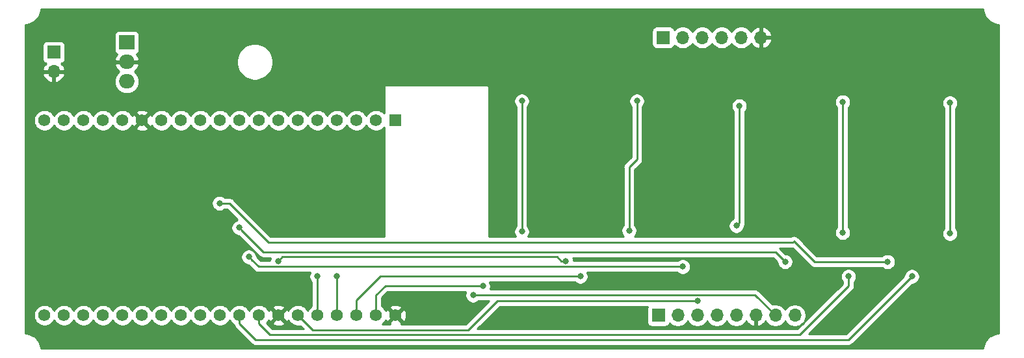
<source format=gbr>
G04 #@! TF.GenerationSoftware,KiCad,Pcbnew,(5.1.5)-3*
G04 #@! TF.CreationDate,2020-08-13T10:07:37-04:00*
G04 #@! TF.ProjectId,WifiAntSwitch,57696669-416e-4745-9377-697463682e6b,A*
G04 #@! TF.SameCoordinates,Original*
G04 #@! TF.FileFunction,Copper,L2,Bot*
G04 #@! TF.FilePolarity,Positive*
%FSLAX46Y46*%
G04 Gerber Fmt 4.6, Leading zero omitted, Abs format (unit mm)*
G04 Created by KiCad (PCBNEW (5.1.5)-3) date 2020-08-13 10:07:37*
%MOMM*%
%LPD*%
G04 APERTURE LIST*
%ADD10C,1.560000*%
%ADD11R,1.560000X1.560000*%
%ADD12O,1.700000X1.700000*%
%ADD13R,1.700000X1.700000*%
%ADD14O,2.000000X1.905000*%
%ADD15R,2.000000X1.905000*%
%ADD16C,0.800000*%
%ADD17C,0.250000*%
%ADD18C,0.254000*%
G04 APERTURE END LIST*
D10*
X85165000Y-120015000D03*
X87705000Y-120015000D03*
X90245000Y-120015000D03*
X92785000Y-120015000D03*
X95325000Y-120015000D03*
X97865000Y-120015000D03*
X100405000Y-120015000D03*
X102945000Y-120015000D03*
X105485000Y-120015000D03*
X108025000Y-120015000D03*
X110565000Y-120015000D03*
X113105000Y-120015000D03*
X115645000Y-120015000D03*
X118185000Y-120015000D03*
X120725000Y-120015000D03*
X123265000Y-120015000D03*
X125805000Y-120015000D03*
X128345000Y-120015000D03*
X130885000Y-120015000D03*
X87705000Y-94615000D03*
X90245000Y-94615000D03*
X92785000Y-94615000D03*
X95325000Y-94615000D03*
X97865000Y-94615000D03*
X100405000Y-94615000D03*
X102945000Y-94615000D03*
X105485000Y-94615000D03*
X108025000Y-94615000D03*
X110565000Y-94615000D03*
X113105000Y-94615000D03*
X115645000Y-94615000D03*
X118185000Y-94615000D03*
X120725000Y-94615000D03*
X123265000Y-94615000D03*
X125805000Y-94615000D03*
X85165000Y-94615000D03*
X128345000Y-94615000D03*
D11*
X130885000Y-94615000D03*
D12*
X86360000Y-88265000D03*
D13*
X86360000Y-85725000D03*
D14*
X95885000Y-89535000D03*
X95885000Y-86995000D03*
D15*
X95885000Y-84455000D03*
D12*
X182880000Y-120015000D03*
X180340000Y-120015000D03*
X177800000Y-120015000D03*
X175260000Y-120015000D03*
X172720000Y-120015000D03*
X170180000Y-120015000D03*
X167640000Y-120015000D03*
D13*
X165100000Y-120015000D03*
D12*
X178435000Y-83820000D03*
X175895000Y-83820000D03*
X173355000Y-83820000D03*
X170815000Y-83820000D03*
X168275000Y-83820000D03*
D13*
X165735000Y-83820000D03*
D16*
X143891000Y-105410000D03*
X146050000Y-98425000D03*
X161036000Y-98425000D03*
X157607000Y-105791000D03*
X171831000Y-106426000D03*
X172720000Y-98425000D03*
X186720000Y-97820000D03*
X200025000Y-97790000D03*
X185674000Y-105918000D03*
X199898000Y-106680000D03*
X145415000Y-120015000D03*
X147320000Y-109093000D03*
X147320000Y-92075000D03*
X161290000Y-108966000D03*
X162306000Y-92075000D03*
X175260000Y-108331000D03*
X175659999Y-92728999D03*
X189103000Y-109220000D03*
X189103000Y-92202000D03*
X203073000Y-109347000D03*
X203073000Y-92329000D03*
X120650000Y-114935000D03*
X123190000Y-114935000D03*
X140970000Y-117384990D03*
X142240000Y-116205000D03*
X154940000Y-114935000D03*
X115570000Y-112935021D03*
X153035000Y-112935021D03*
X170179982Y-118110000D03*
X168275000Y-113665000D03*
X111760000Y-112395000D03*
X189865000Y-114935000D03*
X181610000Y-113030000D03*
X110490000Y-108585000D03*
X198120000Y-114935000D03*
X194945000Y-113030000D03*
X107950000Y-105410000D03*
D17*
X85165000Y-94615000D02*
X85165000Y-94563000D01*
X147320000Y-109093000D02*
X147320000Y-92075000D01*
X161290000Y-108966000D02*
X161290000Y-100711000D01*
X161290000Y-100711000D02*
X162306000Y-99695000D01*
X162306000Y-99695000D02*
X162306000Y-92075000D01*
X175659999Y-107931001D02*
X175659999Y-92728999D01*
X175260000Y-108331000D02*
X175659999Y-107931001D01*
X189103000Y-109220000D02*
X189103000Y-92202000D01*
X203073000Y-109347000D02*
X203073000Y-92329000D01*
X120725000Y-120015000D02*
X120725000Y-115010000D01*
X120725000Y-115010000D02*
X120650000Y-114935000D01*
X123265000Y-120015000D02*
X123265000Y-115010000D01*
X123265000Y-115010000D02*
X123190000Y-114935000D01*
X180340000Y-120015000D02*
X177709990Y-117384990D01*
X177709990Y-117384990D02*
X140970000Y-117384990D01*
X129540000Y-116205000D02*
X142240000Y-116205000D01*
X128345000Y-120015000D02*
X128345000Y-117400000D01*
X128345000Y-117400000D02*
X129540000Y-116205000D01*
X125805000Y-120015000D02*
X125805000Y-118911914D01*
X125805000Y-118911914D02*
X125805000Y-118035000D01*
X125805000Y-118035000D02*
X128905000Y-114935000D01*
X128905000Y-114935000D02*
X154940000Y-114935000D01*
X116110021Y-112395000D02*
X115570000Y-112935021D01*
X151929294Y-112395000D02*
X116110021Y-112395000D01*
X153035000Y-112935021D02*
X152469315Y-112935021D01*
X152469315Y-112935021D02*
X151929294Y-112395000D01*
X169614297Y-118110000D02*
X170179982Y-118110000D01*
X118185000Y-120015000D02*
X120090000Y-121920000D01*
X120090000Y-121920000D02*
X140335000Y-121920000D01*
X144145000Y-118110000D02*
X169614297Y-118110000D01*
X140335000Y-121920000D02*
X144145000Y-118110000D01*
X112159999Y-112794999D02*
X111760000Y-112395000D01*
X168275000Y-113665000D02*
X113030000Y-113665000D01*
X113030000Y-113665000D02*
X112159999Y-112794999D01*
X183515000Y-122555000D02*
X189865000Y-116205000D01*
X189865000Y-116205000D02*
X189865000Y-114935000D01*
X114541914Y-122555000D02*
X183515000Y-122555000D01*
X113105000Y-120015000D02*
X113105000Y-121118086D01*
X113105000Y-121118086D02*
X114541914Y-122555000D01*
X113665000Y-111760000D02*
X110889999Y-108984999D01*
X181610000Y-113030000D02*
X180340000Y-111760000D01*
X110889999Y-108984999D02*
X110490000Y-108585000D01*
X180340000Y-111760000D02*
X113665000Y-111760000D01*
X110565000Y-121118086D02*
X112636914Y-123190000D01*
X110565000Y-120015000D02*
X110565000Y-121118086D01*
X112636914Y-123190000D02*
X189865000Y-123190000D01*
X189865000Y-123190000D02*
X198120000Y-114935000D01*
X194945000Y-113030000D02*
X185420000Y-113030000D01*
X109220000Y-105410000D02*
X107950000Y-105410000D01*
X114300000Y-110490000D02*
X109220000Y-105410000D01*
X183578500Y-111188500D02*
X182753000Y-110363000D01*
X185420000Y-113030000D02*
X183578500Y-111188500D01*
X183578500Y-111188500D02*
X183515000Y-111125000D01*
X182753000Y-110363000D02*
X182626000Y-110490000D01*
X115570000Y-110490000D02*
X115316000Y-110490000D01*
X182626000Y-110490000D02*
X115316000Y-110490000D01*
X115316000Y-110490000D02*
X114300000Y-110490000D01*
D18*
G36*
X207415000Y-80220279D02*
G01*
X207497047Y-80632756D01*
X207657988Y-81021302D01*
X207891637Y-81370983D01*
X208189017Y-81668363D01*
X208538698Y-81902012D01*
X208927244Y-82062953D01*
X209339721Y-82145000D01*
X209423000Y-82145000D01*
X209423000Y-122325000D01*
X209339721Y-122325000D01*
X208927244Y-122407047D01*
X208538698Y-122567988D01*
X208189017Y-122801637D01*
X207891637Y-123099017D01*
X207657988Y-123448698D01*
X207497047Y-123837244D01*
X207415000Y-124249721D01*
X207415000Y-124333000D01*
X84685000Y-124333000D01*
X84685000Y-124249721D01*
X84602953Y-123837244D01*
X84442012Y-123448698D01*
X84208363Y-123099017D01*
X83910983Y-122801637D01*
X83561302Y-122567988D01*
X83172756Y-122407047D01*
X82760279Y-122325000D01*
X82677000Y-122325000D01*
X82677000Y-119875635D01*
X83750000Y-119875635D01*
X83750000Y-120154365D01*
X83804377Y-120427740D01*
X83911043Y-120685254D01*
X84065897Y-120917010D01*
X84262990Y-121114103D01*
X84494746Y-121268957D01*
X84752260Y-121375623D01*
X85025635Y-121430000D01*
X85304365Y-121430000D01*
X85577740Y-121375623D01*
X85835254Y-121268957D01*
X86067010Y-121114103D01*
X86264103Y-120917010D01*
X86418957Y-120685254D01*
X86435000Y-120646523D01*
X86451043Y-120685254D01*
X86605897Y-120917010D01*
X86802990Y-121114103D01*
X87034746Y-121268957D01*
X87292260Y-121375623D01*
X87565635Y-121430000D01*
X87844365Y-121430000D01*
X88117740Y-121375623D01*
X88375254Y-121268957D01*
X88607010Y-121114103D01*
X88804103Y-120917010D01*
X88958957Y-120685254D01*
X88975000Y-120646523D01*
X88991043Y-120685254D01*
X89145897Y-120917010D01*
X89342990Y-121114103D01*
X89574746Y-121268957D01*
X89832260Y-121375623D01*
X90105635Y-121430000D01*
X90384365Y-121430000D01*
X90657740Y-121375623D01*
X90915254Y-121268957D01*
X91147010Y-121114103D01*
X91344103Y-120917010D01*
X91498957Y-120685254D01*
X91515000Y-120646523D01*
X91531043Y-120685254D01*
X91685897Y-120917010D01*
X91882990Y-121114103D01*
X92114746Y-121268957D01*
X92372260Y-121375623D01*
X92645635Y-121430000D01*
X92924365Y-121430000D01*
X93197740Y-121375623D01*
X93455254Y-121268957D01*
X93687010Y-121114103D01*
X93884103Y-120917010D01*
X94038957Y-120685254D01*
X94055000Y-120646523D01*
X94071043Y-120685254D01*
X94225897Y-120917010D01*
X94422990Y-121114103D01*
X94654746Y-121268957D01*
X94912260Y-121375623D01*
X95185635Y-121430000D01*
X95464365Y-121430000D01*
X95737740Y-121375623D01*
X95995254Y-121268957D01*
X96227010Y-121114103D01*
X96424103Y-120917010D01*
X96578957Y-120685254D01*
X96595000Y-120646523D01*
X96611043Y-120685254D01*
X96765897Y-120917010D01*
X96962990Y-121114103D01*
X97194746Y-121268957D01*
X97452260Y-121375623D01*
X97725635Y-121430000D01*
X98004365Y-121430000D01*
X98277740Y-121375623D01*
X98535254Y-121268957D01*
X98767010Y-121114103D01*
X98964103Y-120917010D01*
X99118957Y-120685254D01*
X99135000Y-120646523D01*
X99151043Y-120685254D01*
X99305897Y-120917010D01*
X99502990Y-121114103D01*
X99734746Y-121268957D01*
X99992260Y-121375623D01*
X100265635Y-121430000D01*
X100544365Y-121430000D01*
X100817740Y-121375623D01*
X101075254Y-121268957D01*
X101307010Y-121114103D01*
X101504103Y-120917010D01*
X101658957Y-120685254D01*
X101675000Y-120646523D01*
X101691043Y-120685254D01*
X101845897Y-120917010D01*
X102042990Y-121114103D01*
X102274746Y-121268957D01*
X102532260Y-121375623D01*
X102805635Y-121430000D01*
X103084365Y-121430000D01*
X103357740Y-121375623D01*
X103615254Y-121268957D01*
X103847010Y-121114103D01*
X104044103Y-120917010D01*
X104198957Y-120685254D01*
X104215000Y-120646523D01*
X104231043Y-120685254D01*
X104385897Y-120917010D01*
X104582990Y-121114103D01*
X104814746Y-121268957D01*
X105072260Y-121375623D01*
X105345635Y-121430000D01*
X105624365Y-121430000D01*
X105897740Y-121375623D01*
X106155254Y-121268957D01*
X106387010Y-121114103D01*
X106584103Y-120917010D01*
X106738957Y-120685254D01*
X106755000Y-120646523D01*
X106771043Y-120685254D01*
X106925897Y-120917010D01*
X107122990Y-121114103D01*
X107354746Y-121268957D01*
X107612260Y-121375623D01*
X107885635Y-121430000D01*
X108164365Y-121430000D01*
X108437740Y-121375623D01*
X108695254Y-121268957D01*
X108927010Y-121114103D01*
X109124103Y-120917010D01*
X109278957Y-120685254D01*
X109295000Y-120646523D01*
X109311043Y-120685254D01*
X109465897Y-120917010D01*
X109662990Y-121114103D01*
X109810649Y-121212766D01*
X109815998Y-121267071D01*
X109859454Y-121410332D01*
X109930026Y-121542362D01*
X110000106Y-121627754D01*
X110025000Y-121658087D01*
X110053998Y-121681885D01*
X112073115Y-123701003D01*
X112096913Y-123730001D01*
X112125911Y-123753799D01*
X112212637Y-123824974D01*
X112344667Y-123895546D01*
X112487928Y-123939003D01*
X112599581Y-123950000D01*
X112599591Y-123950000D01*
X112636914Y-123953676D01*
X112674237Y-123950000D01*
X189827678Y-123950000D01*
X189865000Y-123953676D01*
X189902322Y-123950000D01*
X189902333Y-123950000D01*
X190013986Y-123939003D01*
X190157247Y-123895546D01*
X190289276Y-123824974D01*
X190405001Y-123730001D01*
X190428804Y-123700997D01*
X198159802Y-115970000D01*
X198221939Y-115970000D01*
X198421898Y-115930226D01*
X198610256Y-115852205D01*
X198779774Y-115738937D01*
X198923937Y-115594774D01*
X199037205Y-115425256D01*
X199115226Y-115236898D01*
X199155000Y-115036939D01*
X199155000Y-114833061D01*
X199115226Y-114633102D01*
X199037205Y-114444744D01*
X198923937Y-114275226D01*
X198779774Y-114131063D01*
X198610256Y-114017795D01*
X198421898Y-113939774D01*
X198221939Y-113900000D01*
X198018061Y-113900000D01*
X197818102Y-113939774D01*
X197629744Y-114017795D01*
X197460226Y-114131063D01*
X197316063Y-114275226D01*
X197202795Y-114444744D01*
X197124774Y-114633102D01*
X197085000Y-114833061D01*
X197085000Y-114895198D01*
X189550199Y-122430000D01*
X184714801Y-122430000D01*
X190376004Y-116768798D01*
X190405001Y-116745001D01*
X190446484Y-116694454D01*
X190499974Y-116629277D01*
X190570546Y-116497247D01*
X190603150Y-116389764D01*
X190614003Y-116353986D01*
X190625000Y-116242333D01*
X190625000Y-116242324D01*
X190628676Y-116205001D01*
X190625000Y-116167678D01*
X190625000Y-115638711D01*
X190668937Y-115594774D01*
X190782205Y-115425256D01*
X190860226Y-115236898D01*
X190900000Y-115036939D01*
X190900000Y-114833061D01*
X190860226Y-114633102D01*
X190782205Y-114444744D01*
X190668937Y-114275226D01*
X190524774Y-114131063D01*
X190355256Y-114017795D01*
X190166898Y-113939774D01*
X189966939Y-113900000D01*
X189763061Y-113900000D01*
X189563102Y-113939774D01*
X189374744Y-114017795D01*
X189205226Y-114131063D01*
X189061063Y-114275226D01*
X188947795Y-114444744D01*
X188869774Y-114633102D01*
X188830000Y-114833061D01*
X188830000Y-115036939D01*
X188869774Y-115236898D01*
X188947795Y-115425256D01*
X189061063Y-115594774D01*
X189105000Y-115638711D01*
X189105000Y-115890198D01*
X183200199Y-121795000D01*
X141534801Y-121795000D01*
X144459802Y-118870000D01*
X163687662Y-118870000D01*
X163660498Y-118920820D01*
X163624188Y-119040518D01*
X163611928Y-119165000D01*
X163611928Y-120865000D01*
X163624188Y-120989482D01*
X163660498Y-121109180D01*
X163719463Y-121219494D01*
X163798815Y-121316185D01*
X163895506Y-121395537D01*
X164005820Y-121454502D01*
X164125518Y-121490812D01*
X164250000Y-121503072D01*
X165950000Y-121503072D01*
X166074482Y-121490812D01*
X166194180Y-121454502D01*
X166304494Y-121395537D01*
X166401185Y-121316185D01*
X166480537Y-121219494D01*
X166539502Y-121109180D01*
X166561513Y-121036620D01*
X166693368Y-121168475D01*
X166936589Y-121330990D01*
X167206842Y-121442932D01*
X167493740Y-121500000D01*
X167786260Y-121500000D01*
X168073158Y-121442932D01*
X168343411Y-121330990D01*
X168586632Y-121168475D01*
X168793475Y-120961632D01*
X168910000Y-120787240D01*
X169026525Y-120961632D01*
X169233368Y-121168475D01*
X169476589Y-121330990D01*
X169746842Y-121442932D01*
X170033740Y-121500000D01*
X170326260Y-121500000D01*
X170613158Y-121442932D01*
X170883411Y-121330990D01*
X171126632Y-121168475D01*
X171333475Y-120961632D01*
X171450000Y-120787240D01*
X171566525Y-120961632D01*
X171773368Y-121168475D01*
X172016589Y-121330990D01*
X172286842Y-121442932D01*
X172573740Y-121500000D01*
X172866260Y-121500000D01*
X173153158Y-121442932D01*
X173423411Y-121330990D01*
X173666632Y-121168475D01*
X173873475Y-120961632D01*
X173990000Y-120787240D01*
X174106525Y-120961632D01*
X174313368Y-121168475D01*
X174556589Y-121330990D01*
X174826842Y-121442932D01*
X175113740Y-121500000D01*
X175406260Y-121500000D01*
X175693158Y-121442932D01*
X175963411Y-121330990D01*
X176206632Y-121168475D01*
X176413475Y-120961632D01*
X176535195Y-120779466D01*
X176604822Y-120896355D01*
X176799731Y-121112588D01*
X177033080Y-121286641D01*
X177295901Y-121411825D01*
X177443110Y-121456476D01*
X177673000Y-121335155D01*
X177673000Y-120142000D01*
X177653000Y-120142000D01*
X177653000Y-119888000D01*
X177673000Y-119888000D01*
X177673000Y-119868000D01*
X177927000Y-119868000D01*
X177927000Y-119888000D01*
X177947000Y-119888000D01*
X177947000Y-120142000D01*
X177927000Y-120142000D01*
X177927000Y-121335155D01*
X178156890Y-121456476D01*
X178304099Y-121411825D01*
X178566920Y-121286641D01*
X178800269Y-121112588D01*
X178995178Y-120896355D01*
X179064805Y-120779466D01*
X179186525Y-120961632D01*
X179393368Y-121168475D01*
X179636589Y-121330990D01*
X179906842Y-121442932D01*
X180193740Y-121500000D01*
X180486260Y-121500000D01*
X180773158Y-121442932D01*
X181043411Y-121330990D01*
X181286632Y-121168475D01*
X181493475Y-120961632D01*
X181610000Y-120787240D01*
X181726525Y-120961632D01*
X181933368Y-121168475D01*
X182176589Y-121330990D01*
X182446842Y-121442932D01*
X182733740Y-121500000D01*
X183026260Y-121500000D01*
X183313158Y-121442932D01*
X183583411Y-121330990D01*
X183826632Y-121168475D01*
X184033475Y-120961632D01*
X184195990Y-120718411D01*
X184307932Y-120448158D01*
X184365000Y-120161260D01*
X184365000Y-119868740D01*
X184307932Y-119581842D01*
X184195990Y-119311589D01*
X184033475Y-119068368D01*
X183826632Y-118861525D01*
X183583411Y-118699010D01*
X183313158Y-118587068D01*
X183026260Y-118530000D01*
X182733740Y-118530000D01*
X182446842Y-118587068D01*
X182176589Y-118699010D01*
X181933368Y-118861525D01*
X181726525Y-119068368D01*
X181610000Y-119242760D01*
X181493475Y-119068368D01*
X181286632Y-118861525D01*
X181043411Y-118699010D01*
X180773158Y-118587068D01*
X180486260Y-118530000D01*
X180193740Y-118530000D01*
X179973592Y-118573790D01*
X178273794Y-116873993D01*
X178249991Y-116844989D01*
X178134266Y-116750016D01*
X178002237Y-116679444D01*
X177858976Y-116635987D01*
X177747323Y-116624990D01*
X177747312Y-116624990D01*
X177709990Y-116621314D01*
X177672668Y-116624990D01*
X143186310Y-116624990D01*
X143235226Y-116506898D01*
X143275000Y-116306939D01*
X143275000Y-116103061D01*
X143235226Y-115903102D01*
X143157205Y-115714744D01*
X143144013Y-115695000D01*
X154236289Y-115695000D01*
X154280226Y-115738937D01*
X154449744Y-115852205D01*
X154638102Y-115930226D01*
X154838061Y-115970000D01*
X155041939Y-115970000D01*
X155241898Y-115930226D01*
X155430256Y-115852205D01*
X155599774Y-115738937D01*
X155743937Y-115594774D01*
X155857205Y-115425256D01*
X155935226Y-115236898D01*
X155975000Y-115036939D01*
X155975000Y-114833061D01*
X155935226Y-114633102D01*
X155857205Y-114444744D01*
X155844013Y-114425000D01*
X167571289Y-114425000D01*
X167615226Y-114468937D01*
X167784744Y-114582205D01*
X167973102Y-114660226D01*
X168173061Y-114700000D01*
X168376939Y-114700000D01*
X168576898Y-114660226D01*
X168765256Y-114582205D01*
X168934774Y-114468937D01*
X169078937Y-114324774D01*
X169192205Y-114155256D01*
X169270226Y-113966898D01*
X169310000Y-113766939D01*
X169310000Y-113563061D01*
X169270226Y-113363102D01*
X169192205Y-113174744D01*
X169078937Y-113005226D01*
X168934774Y-112861063D01*
X168765256Y-112747795D01*
X168576898Y-112669774D01*
X168376939Y-112630000D01*
X168173061Y-112630000D01*
X167973102Y-112669774D01*
X167784744Y-112747795D01*
X167615226Y-112861063D01*
X167571289Y-112905000D01*
X154070000Y-112905000D01*
X154070000Y-112833082D01*
X154030226Y-112633123D01*
X153983369Y-112520000D01*
X180025199Y-112520000D01*
X180575000Y-113069802D01*
X180575000Y-113131939D01*
X180614774Y-113331898D01*
X180692795Y-113520256D01*
X180806063Y-113689774D01*
X180950226Y-113833937D01*
X181119744Y-113947205D01*
X181308102Y-114025226D01*
X181508061Y-114065000D01*
X181711939Y-114065000D01*
X181911898Y-114025226D01*
X182100256Y-113947205D01*
X182269774Y-113833937D01*
X182413937Y-113689774D01*
X182527205Y-113520256D01*
X182605226Y-113331898D01*
X182645000Y-113131939D01*
X182645000Y-112928061D01*
X182605226Y-112728102D01*
X182527205Y-112539744D01*
X182413937Y-112370226D01*
X182269774Y-112226063D01*
X182100256Y-112112795D01*
X181911898Y-112034774D01*
X181711939Y-111995000D01*
X181649802Y-111995000D01*
X180904801Y-111250000D01*
X182565199Y-111250000D01*
X183067497Y-111752299D01*
X183067502Y-111752303D01*
X184856201Y-113541003D01*
X184879999Y-113570001D01*
X184995724Y-113664974D01*
X185127753Y-113735546D01*
X185271014Y-113779003D01*
X185382667Y-113790000D01*
X185382676Y-113790000D01*
X185419999Y-113793676D01*
X185457322Y-113790000D01*
X194241289Y-113790000D01*
X194285226Y-113833937D01*
X194454744Y-113947205D01*
X194643102Y-114025226D01*
X194843061Y-114065000D01*
X195046939Y-114065000D01*
X195246898Y-114025226D01*
X195435256Y-113947205D01*
X195604774Y-113833937D01*
X195748937Y-113689774D01*
X195862205Y-113520256D01*
X195940226Y-113331898D01*
X195980000Y-113131939D01*
X195980000Y-112928061D01*
X195940226Y-112728102D01*
X195862205Y-112539744D01*
X195748937Y-112370226D01*
X195604774Y-112226063D01*
X195435256Y-112112795D01*
X195246898Y-112034774D01*
X195046939Y-111995000D01*
X194843061Y-111995000D01*
X194643102Y-112034774D01*
X194454744Y-112112795D01*
X194285226Y-112226063D01*
X194241289Y-112270000D01*
X185734802Y-112270000D01*
X184142303Y-110677502D01*
X184142299Y-110677497D01*
X183316803Y-109852002D01*
X183293001Y-109822999D01*
X183177276Y-109728026D01*
X183045246Y-109657454D01*
X182901985Y-109613998D01*
X182769752Y-109600974D01*
X182753000Y-109599324D01*
X182752999Y-109599324D01*
X182604014Y-109613998D01*
X182488960Y-109648898D01*
X182460754Y-109657454D01*
X182328724Y-109728026D01*
X182326319Y-109730000D01*
X161989711Y-109730000D01*
X162093937Y-109625774D01*
X162207205Y-109456256D01*
X162285226Y-109267898D01*
X162325000Y-109067939D01*
X162325000Y-108864061D01*
X162285226Y-108664102D01*
X162207205Y-108475744D01*
X162093937Y-108306226D01*
X162050000Y-108262289D01*
X162050000Y-108229061D01*
X174225000Y-108229061D01*
X174225000Y-108432939D01*
X174264774Y-108632898D01*
X174342795Y-108821256D01*
X174456063Y-108990774D01*
X174600226Y-109134937D01*
X174769744Y-109248205D01*
X174958102Y-109326226D01*
X175158061Y-109366000D01*
X175361939Y-109366000D01*
X175561898Y-109326226D01*
X175750256Y-109248205D01*
X175919774Y-109134937D01*
X176063937Y-108990774D01*
X176177205Y-108821256D01*
X176255226Y-108632898D01*
X176295000Y-108432939D01*
X176295000Y-108355226D01*
X176365545Y-108223248D01*
X176409002Y-108079987D01*
X176419999Y-107968334D01*
X176419999Y-107968324D01*
X176423675Y-107931002D01*
X176419999Y-107893679D01*
X176419999Y-93432710D01*
X176463936Y-93388773D01*
X176577204Y-93219255D01*
X176655225Y-93030897D01*
X176694999Y-92830938D01*
X176694999Y-92627060D01*
X176655225Y-92427101D01*
X176577204Y-92238743D01*
X176484540Y-92100061D01*
X188068000Y-92100061D01*
X188068000Y-92303939D01*
X188107774Y-92503898D01*
X188185795Y-92692256D01*
X188299063Y-92861774D01*
X188343001Y-92905712D01*
X188343000Y-108516289D01*
X188299063Y-108560226D01*
X188185795Y-108729744D01*
X188107774Y-108918102D01*
X188068000Y-109118061D01*
X188068000Y-109321939D01*
X188107774Y-109521898D01*
X188185795Y-109710256D01*
X188299063Y-109879774D01*
X188443226Y-110023937D01*
X188612744Y-110137205D01*
X188801102Y-110215226D01*
X189001061Y-110255000D01*
X189204939Y-110255000D01*
X189404898Y-110215226D01*
X189593256Y-110137205D01*
X189762774Y-110023937D01*
X189906937Y-109879774D01*
X190020205Y-109710256D01*
X190098226Y-109521898D01*
X190138000Y-109321939D01*
X190138000Y-109118061D01*
X190098226Y-108918102D01*
X190020205Y-108729744D01*
X189906937Y-108560226D01*
X189863000Y-108516289D01*
X189863000Y-92905711D01*
X189906937Y-92861774D01*
X190020205Y-92692256D01*
X190098226Y-92503898D01*
X190138000Y-92303939D01*
X190138000Y-92227061D01*
X202038000Y-92227061D01*
X202038000Y-92430939D01*
X202077774Y-92630898D01*
X202155795Y-92819256D01*
X202269063Y-92988774D01*
X202313001Y-93032712D01*
X202313000Y-108643289D01*
X202269063Y-108687226D01*
X202155795Y-108856744D01*
X202077774Y-109045102D01*
X202038000Y-109245061D01*
X202038000Y-109448939D01*
X202077774Y-109648898D01*
X202155795Y-109837256D01*
X202269063Y-110006774D01*
X202413226Y-110150937D01*
X202582744Y-110264205D01*
X202771102Y-110342226D01*
X202971061Y-110382000D01*
X203174939Y-110382000D01*
X203374898Y-110342226D01*
X203563256Y-110264205D01*
X203732774Y-110150937D01*
X203876937Y-110006774D01*
X203990205Y-109837256D01*
X204068226Y-109648898D01*
X204108000Y-109448939D01*
X204108000Y-109245061D01*
X204068226Y-109045102D01*
X203990205Y-108856744D01*
X203876937Y-108687226D01*
X203833000Y-108643289D01*
X203833000Y-93032711D01*
X203876937Y-92988774D01*
X203990205Y-92819256D01*
X204068226Y-92630898D01*
X204108000Y-92430939D01*
X204108000Y-92227061D01*
X204068226Y-92027102D01*
X203990205Y-91838744D01*
X203876937Y-91669226D01*
X203732774Y-91525063D01*
X203563256Y-91411795D01*
X203374898Y-91333774D01*
X203174939Y-91294000D01*
X202971061Y-91294000D01*
X202771102Y-91333774D01*
X202582744Y-91411795D01*
X202413226Y-91525063D01*
X202269063Y-91669226D01*
X202155795Y-91838744D01*
X202077774Y-92027102D01*
X202038000Y-92227061D01*
X190138000Y-92227061D01*
X190138000Y-92100061D01*
X190098226Y-91900102D01*
X190020205Y-91711744D01*
X189906937Y-91542226D01*
X189762774Y-91398063D01*
X189593256Y-91284795D01*
X189404898Y-91206774D01*
X189204939Y-91167000D01*
X189001061Y-91167000D01*
X188801102Y-91206774D01*
X188612744Y-91284795D01*
X188443226Y-91398063D01*
X188299063Y-91542226D01*
X188185795Y-91711744D01*
X188107774Y-91900102D01*
X188068000Y-92100061D01*
X176484540Y-92100061D01*
X176463936Y-92069225D01*
X176319773Y-91925062D01*
X176150255Y-91811794D01*
X175961897Y-91733773D01*
X175761938Y-91693999D01*
X175558060Y-91693999D01*
X175358101Y-91733773D01*
X175169743Y-91811794D01*
X175000225Y-91925062D01*
X174856062Y-92069225D01*
X174742794Y-92238743D01*
X174664773Y-92427101D01*
X174624999Y-92627060D01*
X174624999Y-92830938D01*
X174664773Y-93030897D01*
X174742794Y-93219255D01*
X174856062Y-93388773D01*
X174900000Y-93432711D01*
X174899999Y-107359841D01*
X174769744Y-107413795D01*
X174600226Y-107527063D01*
X174456063Y-107671226D01*
X174342795Y-107840744D01*
X174264774Y-108029102D01*
X174225000Y-108229061D01*
X162050000Y-108229061D01*
X162050000Y-101025801D01*
X162817004Y-100258798D01*
X162846001Y-100235001D01*
X162898526Y-100170999D01*
X162940974Y-100119277D01*
X163011546Y-99987247D01*
X163019205Y-99961997D01*
X163055003Y-99843986D01*
X163066000Y-99732333D01*
X163066000Y-99732323D01*
X163069676Y-99695000D01*
X163066000Y-99657678D01*
X163066000Y-92778711D01*
X163109937Y-92734774D01*
X163223205Y-92565256D01*
X163301226Y-92376898D01*
X163341000Y-92176939D01*
X163341000Y-91973061D01*
X163301226Y-91773102D01*
X163223205Y-91584744D01*
X163109937Y-91415226D01*
X162965774Y-91271063D01*
X162796256Y-91157795D01*
X162607898Y-91079774D01*
X162407939Y-91040000D01*
X162204061Y-91040000D01*
X162004102Y-91079774D01*
X161815744Y-91157795D01*
X161646226Y-91271063D01*
X161502063Y-91415226D01*
X161388795Y-91584744D01*
X161310774Y-91773102D01*
X161271000Y-91973061D01*
X161271000Y-92176939D01*
X161310774Y-92376898D01*
X161388795Y-92565256D01*
X161502063Y-92734774D01*
X161546001Y-92778712D01*
X161546000Y-99380198D01*
X160778998Y-100147201D01*
X160750000Y-100170999D01*
X160726202Y-100199997D01*
X160726201Y-100199998D01*
X160655026Y-100286724D01*
X160584454Y-100418754D01*
X160540998Y-100562015D01*
X160526324Y-100711000D01*
X160530001Y-100748332D01*
X160530000Y-108262289D01*
X160486063Y-108306226D01*
X160372795Y-108475744D01*
X160294774Y-108664102D01*
X160255000Y-108864061D01*
X160255000Y-109067939D01*
X160294774Y-109267898D01*
X160372795Y-109456256D01*
X160486063Y-109625774D01*
X160590289Y-109730000D01*
X148139154Y-109730000D01*
X148237205Y-109583256D01*
X148315226Y-109394898D01*
X148355000Y-109194939D01*
X148355000Y-108991061D01*
X148315226Y-108791102D01*
X148237205Y-108602744D01*
X148123937Y-108433226D01*
X148080000Y-108389289D01*
X148080000Y-92778711D01*
X148123937Y-92734774D01*
X148237205Y-92565256D01*
X148315226Y-92376898D01*
X148355000Y-92176939D01*
X148355000Y-91973061D01*
X148315226Y-91773102D01*
X148237205Y-91584744D01*
X148123937Y-91415226D01*
X147979774Y-91271063D01*
X147810256Y-91157795D01*
X147621898Y-91079774D01*
X147421939Y-91040000D01*
X147218061Y-91040000D01*
X147018102Y-91079774D01*
X146829744Y-91157795D01*
X146660226Y-91271063D01*
X146516063Y-91415226D01*
X146402795Y-91584744D01*
X146324774Y-91773102D01*
X146285000Y-91973061D01*
X146285000Y-92176939D01*
X146324774Y-92376898D01*
X146402795Y-92565256D01*
X146516063Y-92734774D01*
X146560001Y-92778712D01*
X146560000Y-108389289D01*
X146516063Y-108433226D01*
X146402795Y-108602744D01*
X146324774Y-108791102D01*
X146285000Y-108991061D01*
X146285000Y-109194939D01*
X146324774Y-109394898D01*
X146402795Y-109583256D01*
X146500846Y-109730000D01*
X143002000Y-109730000D01*
X143002000Y-90170000D01*
X142999560Y-90145224D01*
X142992333Y-90121399D01*
X142980597Y-90099443D01*
X142964803Y-90080197D01*
X142945557Y-90064403D01*
X142923601Y-90052667D01*
X142899776Y-90045440D01*
X142875000Y-90043000D01*
X129540000Y-90043000D01*
X129515224Y-90045440D01*
X129491399Y-90052667D01*
X129469443Y-90064403D01*
X129450197Y-90080197D01*
X129434403Y-90099443D01*
X129422667Y-90121399D01*
X129415440Y-90145224D01*
X129413000Y-90170000D01*
X129413000Y-93681887D01*
X129247010Y-93515897D01*
X129015254Y-93361043D01*
X128757740Y-93254377D01*
X128484365Y-93200000D01*
X128205635Y-93200000D01*
X127932260Y-93254377D01*
X127674746Y-93361043D01*
X127442990Y-93515897D01*
X127245897Y-93712990D01*
X127091043Y-93944746D01*
X127075000Y-93983477D01*
X127058957Y-93944746D01*
X126904103Y-93712990D01*
X126707010Y-93515897D01*
X126475254Y-93361043D01*
X126217740Y-93254377D01*
X125944365Y-93200000D01*
X125665635Y-93200000D01*
X125392260Y-93254377D01*
X125134746Y-93361043D01*
X124902990Y-93515897D01*
X124705897Y-93712990D01*
X124551043Y-93944746D01*
X124535000Y-93983477D01*
X124518957Y-93944746D01*
X124364103Y-93712990D01*
X124167010Y-93515897D01*
X123935254Y-93361043D01*
X123677740Y-93254377D01*
X123404365Y-93200000D01*
X123125635Y-93200000D01*
X122852260Y-93254377D01*
X122594746Y-93361043D01*
X122362990Y-93515897D01*
X122165897Y-93712990D01*
X122011043Y-93944746D01*
X121995000Y-93983477D01*
X121978957Y-93944746D01*
X121824103Y-93712990D01*
X121627010Y-93515897D01*
X121395254Y-93361043D01*
X121137740Y-93254377D01*
X120864365Y-93200000D01*
X120585635Y-93200000D01*
X120312260Y-93254377D01*
X120054746Y-93361043D01*
X119822990Y-93515897D01*
X119625897Y-93712990D01*
X119471043Y-93944746D01*
X119455000Y-93983477D01*
X119438957Y-93944746D01*
X119284103Y-93712990D01*
X119087010Y-93515897D01*
X118855254Y-93361043D01*
X118597740Y-93254377D01*
X118324365Y-93200000D01*
X118045635Y-93200000D01*
X117772260Y-93254377D01*
X117514746Y-93361043D01*
X117282990Y-93515897D01*
X117085897Y-93712990D01*
X116931043Y-93944746D01*
X116915000Y-93983477D01*
X116898957Y-93944746D01*
X116744103Y-93712990D01*
X116547010Y-93515897D01*
X116315254Y-93361043D01*
X116057740Y-93254377D01*
X115784365Y-93200000D01*
X115505635Y-93200000D01*
X115232260Y-93254377D01*
X114974746Y-93361043D01*
X114742990Y-93515897D01*
X114545897Y-93712990D01*
X114391043Y-93944746D01*
X114375000Y-93983477D01*
X114358957Y-93944746D01*
X114204103Y-93712990D01*
X114007010Y-93515897D01*
X113775254Y-93361043D01*
X113517740Y-93254377D01*
X113244365Y-93200000D01*
X112965635Y-93200000D01*
X112692260Y-93254377D01*
X112434746Y-93361043D01*
X112202990Y-93515897D01*
X112005897Y-93712990D01*
X111851043Y-93944746D01*
X111835000Y-93983477D01*
X111818957Y-93944746D01*
X111664103Y-93712990D01*
X111467010Y-93515897D01*
X111235254Y-93361043D01*
X110977740Y-93254377D01*
X110704365Y-93200000D01*
X110425635Y-93200000D01*
X110152260Y-93254377D01*
X109894746Y-93361043D01*
X109662990Y-93515897D01*
X109465897Y-93712990D01*
X109311043Y-93944746D01*
X109295000Y-93983477D01*
X109278957Y-93944746D01*
X109124103Y-93712990D01*
X108927010Y-93515897D01*
X108695254Y-93361043D01*
X108437740Y-93254377D01*
X108164365Y-93200000D01*
X107885635Y-93200000D01*
X107612260Y-93254377D01*
X107354746Y-93361043D01*
X107122990Y-93515897D01*
X106925897Y-93712990D01*
X106771043Y-93944746D01*
X106755000Y-93983477D01*
X106738957Y-93944746D01*
X106584103Y-93712990D01*
X106387010Y-93515897D01*
X106155254Y-93361043D01*
X105897740Y-93254377D01*
X105624365Y-93200000D01*
X105345635Y-93200000D01*
X105072260Y-93254377D01*
X104814746Y-93361043D01*
X104582990Y-93515897D01*
X104385897Y-93712990D01*
X104231043Y-93944746D01*
X104215000Y-93983477D01*
X104198957Y-93944746D01*
X104044103Y-93712990D01*
X103847010Y-93515897D01*
X103615254Y-93361043D01*
X103357740Y-93254377D01*
X103084365Y-93200000D01*
X102805635Y-93200000D01*
X102532260Y-93254377D01*
X102274746Y-93361043D01*
X102042990Y-93515897D01*
X101845897Y-93712990D01*
X101691043Y-93944746D01*
X101675000Y-93983477D01*
X101658957Y-93944746D01*
X101504103Y-93712990D01*
X101307010Y-93515897D01*
X101075254Y-93361043D01*
X100817740Y-93254377D01*
X100544365Y-93200000D01*
X100265635Y-93200000D01*
X99992260Y-93254377D01*
X99734746Y-93361043D01*
X99502990Y-93515897D01*
X99305897Y-93712990D01*
X99151043Y-93944746D01*
X99136223Y-93980525D01*
X99085349Y-93885345D01*
X98843421Y-93816184D01*
X98044605Y-94615000D01*
X98843421Y-95413816D01*
X99085349Y-95344655D01*
X99133425Y-95242721D01*
X99151043Y-95285254D01*
X99305897Y-95517010D01*
X99502990Y-95714103D01*
X99734746Y-95868957D01*
X99992260Y-95975623D01*
X100265635Y-96030000D01*
X100544365Y-96030000D01*
X100817740Y-95975623D01*
X101075254Y-95868957D01*
X101307010Y-95714103D01*
X101504103Y-95517010D01*
X101658957Y-95285254D01*
X101675000Y-95246523D01*
X101691043Y-95285254D01*
X101845897Y-95517010D01*
X102042990Y-95714103D01*
X102274746Y-95868957D01*
X102532260Y-95975623D01*
X102805635Y-96030000D01*
X103084365Y-96030000D01*
X103357740Y-95975623D01*
X103615254Y-95868957D01*
X103847010Y-95714103D01*
X104044103Y-95517010D01*
X104198957Y-95285254D01*
X104215000Y-95246523D01*
X104231043Y-95285254D01*
X104385897Y-95517010D01*
X104582990Y-95714103D01*
X104814746Y-95868957D01*
X105072260Y-95975623D01*
X105345635Y-96030000D01*
X105624365Y-96030000D01*
X105897740Y-95975623D01*
X106155254Y-95868957D01*
X106387010Y-95714103D01*
X106584103Y-95517010D01*
X106738957Y-95285254D01*
X106755000Y-95246523D01*
X106771043Y-95285254D01*
X106925897Y-95517010D01*
X107122990Y-95714103D01*
X107354746Y-95868957D01*
X107612260Y-95975623D01*
X107885635Y-96030000D01*
X108164365Y-96030000D01*
X108437740Y-95975623D01*
X108695254Y-95868957D01*
X108927010Y-95714103D01*
X109124103Y-95517010D01*
X109278957Y-95285254D01*
X109295000Y-95246523D01*
X109311043Y-95285254D01*
X109465897Y-95517010D01*
X109662990Y-95714103D01*
X109894746Y-95868957D01*
X110152260Y-95975623D01*
X110425635Y-96030000D01*
X110704365Y-96030000D01*
X110977740Y-95975623D01*
X111235254Y-95868957D01*
X111467010Y-95714103D01*
X111664103Y-95517010D01*
X111818957Y-95285254D01*
X111835000Y-95246523D01*
X111851043Y-95285254D01*
X112005897Y-95517010D01*
X112202990Y-95714103D01*
X112434746Y-95868957D01*
X112692260Y-95975623D01*
X112965635Y-96030000D01*
X113244365Y-96030000D01*
X113517740Y-95975623D01*
X113775254Y-95868957D01*
X114007010Y-95714103D01*
X114204103Y-95517010D01*
X114358957Y-95285254D01*
X114375000Y-95246523D01*
X114391043Y-95285254D01*
X114545897Y-95517010D01*
X114742990Y-95714103D01*
X114974746Y-95868957D01*
X115232260Y-95975623D01*
X115505635Y-96030000D01*
X115784365Y-96030000D01*
X116057740Y-95975623D01*
X116315254Y-95868957D01*
X116547010Y-95714103D01*
X116744103Y-95517010D01*
X116898957Y-95285254D01*
X116915000Y-95246523D01*
X116931043Y-95285254D01*
X117085897Y-95517010D01*
X117282990Y-95714103D01*
X117514746Y-95868957D01*
X117772260Y-95975623D01*
X118045635Y-96030000D01*
X118324365Y-96030000D01*
X118597740Y-95975623D01*
X118855254Y-95868957D01*
X119087010Y-95714103D01*
X119284103Y-95517010D01*
X119438957Y-95285254D01*
X119455000Y-95246523D01*
X119471043Y-95285254D01*
X119625897Y-95517010D01*
X119822990Y-95714103D01*
X120054746Y-95868957D01*
X120312260Y-95975623D01*
X120585635Y-96030000D01*
X120864365Y-96030000D01*
X121137740Y-95975623D01*
X121395254Y-95868957D01*
X121627010Y-95714103D01*
X121824103Y-95517010D01*
X121978957Y-95285254D01*
X121995000Y-95246523D01*
X122011043Y-95285254D01*
X122165897Y-95517010D01*
X122362990Y-95714103D01*
X122594746Y-95868957D01*
X122852260Y-95975623D01*
X123125635Y-96030000D01*
X123404365Y-96030000D01*
X123677740Y-95975623D01*
X123935254Y-95868957D01*
X124167010Y-95714103D01*
X124364103Y-95517010D01*
X124518957Y-95285254D01*
X124535000Y-95246523D01*
X124551043Y-95285254D01*
X124705897Y-95517010D01*
X124902990Y-95714103D01*
X125134746Y-95868957D01*
X125392260Y-95975623D01*
X125665635Y-96030000D01*
X125944365Y-96030000D01*
X126217740Y-95975623D01*
X126475254Y-95868957D01*
X126707010Y-95714103D01*
X126904103Y-95517010D01*
X127058957Y-95285254D01*
X127075000Y-95246523D01*
X127091043Y-95285254D01*
X127245897Y-95517010D01*
X127442990Y-95714103D01*
X127674746Y-95868957D01*
X127932260Y-95975623D01*
X128205635Y-96030000D01*
X128484365Y-96030000D01*
X128757740Y-95975623D01*
X129015254Y-95868957D01*
X129247010Y-95714103D01*
X129413000Y-95548113D01*
X129413000Y-109730000D01*
X114614802Y-109730000D01*
X109783804Y-104899003D01*
X109760001Y-104869999D01*
X109644276Y-104775026D01*
X109512247Y-104704454D01*
X109368986Y-104660997D01*
X109257333Y-104650000D01*
X109257322Y-104650000D01*
X109220000Y-104646324D01*
X109182678Y-104650000D01*
X108653711Y-104650000D01*
X108609774Y-104606063D01*
X108440256Y-104492795D01*
X108251898Y-104414774D01*
X108051939Y-104375000D01*
X107848061Y-104375000D01*
X107648102Y-104414774D01*
X107459744Y-104492795D01*
X107290226Y-104606063D01*
X107146063Y-104750226D01*
X107032795Y-104919744D01*
X106954774Y-105108102D01*
X106915000Y-105308061D01*
X106915000Y-105511939D01*
X106954774Y-105711898D01*
X107032795Y-105900256D01*
X107146063Y-106069774D01*
X107290226Y-106213937D01*
X107459744Y-106327205D01*
X107648102Y-106405226D01*
X107848061Y-106445000D01*
X108051939Y-106445000D01*
X108251898Y-106405226D01*
X108440256Y-106327205D01*
X108609774Y-106213937D01*
X108653711Y-106170000D01*
X108905199Y-106170000D01*
X110302265Y-107567066D01*
X110188102Y-107589774D01*
X109999744Y-107667795D01*
X109830226Y-107781063D01*
X109686063Y-107925226D01*
X109572795Y-108094744D01*
X109494774Y-108283102D01*
X109455000Y-108483061D01*
X109455000Y-108686939D01*
X109494774Y-108886898D01*
X109572795Y-109075256D01*
X109686063Y-109244774D01*
X109830226Y-109388937D01*
X109999744Y-109502205D01*
X110188102Y-109580226D01*
X110388061Y-109620000D01*
X110450199Y-109620000D01*
X113101200Y-112271002D01*
X113124999Y-112300001D01*
X113153997Y-112323799D01*
X113240723Y-112394974D01*
X113333875Y-112444765D01*
X113372753Y-112465546D01*
X113516014Y-112509003D01*
X113627667Y-112520000D01*
X113627676Y-112520000D01*
X113664999Y-112523676D01*
X113702322Y-112520000D01*
X114621631Y-112520000D01*
X114574774Y-112633123D01*
X114535000Y-112833082D01*
X114535000Y-112905000D01*
X113344802Y-112905000D01*
X112795000Y-112355199D01*
X112795000Y-112293061D01*
X112755226Y-112093102D01*
X112677205Y-111904744D01*
X112563937Y-111735226D01*
X112419774Y-111591063D01*
X112250256Y-111477795D01*
X112061898Y-111399774D01*
X111861939Y-111360000D01*
X111658061Y-111360000D01*
X111458102Y-111399774D01*
X111269744Y-111477795D01*
X111100226Y-111591063D01*
X110956063Y-111735226D01*
X110842795Y-111904744D01*
X110764774Y-112093102D01*
X110725000Y-112293061D01*
X110725000Y-112496939D01*
X110764774Y-112696898D01*
X110842795Y-112885256D01*
X110956063Y-113054774D01*
X111100226Y-113198937D01*
X111269744Y-113312205D01*
X111458102Y-113390226D01*
X111658061Y-113430000D01*
X111720199Y-113430000D01*
X112466201Y-114176003D01*
X112489999Y-114205001D01*
X112605724Y-114299974D01*
X112737753Y-114370546D01*
X112881014Y-114414003D01*
X112992667Y-114425000D01*
X112992676Y-114425000D01*
X113029999Y-114428676D01*
X113067322Y-114425000D01*
X119745987Y-114425000D01*
X119732795Y-114444744D01*
X119654774Y-114633102D01*
X119615000Y-114833061D01*
X119615000Y-115036939D01*
X119654774Y-115236898D01*
X119732795Y-115425256D01*
X119846063Y-115594774D01*
X119965001Y-115713712D01*
X119965000Y-118821009D01*
X119822990Y-118915897D01*
X119625897Y-119112990D01*
X119471043Y-119344746D01*
X119455000Y-119383477D01*
X119438957Y-119344746D01*
X119284103Y-119112990D01*
X119087010Y-118915897D01*
X118855254Y-118761043D01*
X118597740Y-118654377D01*
X118324365Y-118600000D01*
X118045635Y-118600000D01*
X117772260Y-118654377D01*
X117514746Y-118761043D01*
X117282990Y-118915897D01*
X117085897Y-119112990D01*
X116931043Y-119344746D01*
X116916223Y-119380525D01*
X116865349Y-119285345D01*
X116623421Y-119216184D01*
X115824605Y-120015000D01*
X116623421Y-120813816D01*
X116865349Y-120744655D01*
X116913425Y-120642721D01*
X116931043Y-120685254D01*
X117085897Y-120917010D01*
X117282990Y-121114103D01*
X117514746Y-121268957D01*
X117772260Y-121375623D01*
X118045635Y-121430000D01*
X118324365Y-121430000D01*
X118491878Y-121396680D01*
X118890198Y-121795000D01*
X114856716Y-121795000D01*
X114091414Y-121029699D01*
X114127692Y-120993421D01*
X114846184Y-120993421D01*
X114915345Y-121235349D01*
X115167443Y-121354248D01*
X115437894Y-121421681D01*
X115716303Y-121435057D01*
X115991972Y-121393860D01*
X116254308Y-121299675D01*
X116374655Y-121235349D01*
X116443816Y-120993421D01*
X115645000Y-120194605D01*
X114846184Y-120993421D01*
X114127692Y-120993421D01*
X114204103Y-120917010D01*
X114358957Y-120685254D01*
X114373777Y-120649475D01*
X114424651Y-120744655D01*
X114666579Y-120813816D01*
X115465395Y-120015000D01*
X114666579Y-119216184D01*
X114424651Y-119285345D01*
X114376575Y-119387279D01*
X114358957Y-119344746D01*
X114204103Y-119112990D01*
X114127692Y-119036579D01*
X114846184Y-119036579D01*
X115645000Y-119835395D01*
X116443816Y-119036579D01*
X116374655Y-118794651D01*
X116122557Y-118675752D01*
X115852106Y-118608319D01*
X115573697Y-118594943D01*
X115298028Y-118636140D01*
X115035692Y-118730325D01*
X114915345Y-118794651D01*
X114846184Y-119036579D01*
X114127692Y-119036579D01*
X114007010Y-118915897D01*
X113775254Y-118761043D01*
X113517740Y-118654377D01*
X113244365Y-118600000D01*
X112965635Y-118600000D01*
X112692260Y-118654377D01*
X112434746Y-118761043D01*
X112202990Y-118915897D01*
X112005897Y-119112990D01*
X111851043Y-119344746D01*
X111835000Y-119383477D01*
X111818957Y-119344746D01*
X111664103Y-119112990D01*
X111467010Y-118915897D01*
X111235254Y-118761043D01*
X110977740Y-118654377D01*
X110704365Y-118600000D01*
X110425635Y-118600000D01*
X110152260Y-118654377D01*
X109894746Y-118761043D01*
X109662990Y-118915897D01*
X109465897Y-119112990D01*
X109311043Y-119344746D01*
X109295000Y-119383477D01*
X109278957Y-119344746D01*
X109124103Y-119112990D01*
X108927010Y-118915897D01*
X108695254Y-118761043D01*
X108437740Y-118654377D01*
X108164365Y-118600000D01*
X107885635Y-118600000D01*
X107612260Y-118654377D01*
X107354746Y-118761043D01*
X107122990Y-118915897D01*
X106925897Y-119112990D01*
X106771043Y-119344746D01*
X106755000Y-119383477D01*
X106738957Y-119344746D01*
X106584103Y-119112990D01*
X106387010Y-118915897D01*
X106155254Y-118761043D01*
X105897740Y-118654377D01*
X105624365Y-118600000D01*
X105345635Y-118600000D01*
X105072260Y-118654377D01*
X104814746Y-118761043D01*
X104582990Y-118915897D01*
X104385897Y-119112990D01*
X104231043Y-119344746D01*
X104215000Y-119383477D01*
X104198957Y-119344746D01*
X104044103Y-119112990D01*
X103847010Y-118915897D01*
X103615254Y-118761043D01*
X103357740Y-118654377D01*
X103084365Y-118600000D01*
X102805635Y-118600000D01*
X102532260Y-118654377D01*
X102274746Y-118761043D01*
X102042990Y-118915897D01*
X101845897Y-119112990D01*
X101691043Y-119344746D01*
X101675000Y-119383477D01*
X101658957Y-119344746D01*
X101504103Y-119112990D01*
X101307010Y-118915897D01*
X101075254Y-118761043D01*
X100817740Y-118654377D01*
X100544365Y-118600000D01*
X100265635Y-118600000D01*
X99992260Y-118654377D01*
X99734746Y-118761043D01*
X99502990Y-118915897D01*
X99305897Y-119112990D01*
X99151043Y-119344746D01*
X99135000Y-119383477D01*
X99118957Y-119344746D01*
X98964103Y-119112990D01*
X98767010Y-118915897D01*
X98535254Y-118761043D01*
X98277740Y-118654377D01*
X98004365Y-118600000D01*
X97725635Y-118600000D01*
X97452260Y-118654377D01*
X97194746Y-118761043D01*
X96962990Y-118915897D01*
X96765897Y-119112990D01*
X96611043Y-119344746D01*
X96595000Y-119383477D01*
X96578957Y-119344746D01*
X96424103Y-119112990D01*
X96227010Y-118915897D01*
X95995254Y-118761043D01*
X95737740Y-118654377D01*
X95464365Y-118600000D01*
X95185635Y-118600000D01*
X94912260Y-118654377D01*
X94654746Y-118761043D01*
X94422990Y-118915897D01*
X94225897Y-119112990D01*
X94071043Y-119344746D01*
X94055000Y-119383477D01*
X94038957Y-119344746D01*
X93884103Y-119112990D01*
X93687010Y-118915897D01*
X93455254Y-118761043D01*
X93197740Y-118654377D01*
X92924365Y-118600000D01*
X92645635Y-118600000D01*
X92372260Y-118654377D01*
X92114746Y-118761043D01*
X91882990Y-118915897D01*
X91685897Y-119112990D01*
X91531043Y-119344746D01*
X91515000Y-119383477D01*
X91498957Y-119344746D01*
X91344103Y-119112990D01*
X91147010Y-118915897D01*
X90915254Y-118761043D01*
X90657740Y-118654377D01*
X90384365Y-118600000D01*
X90105635Y-118600000D01*
X89832260Y-118654377D01*
X89574746Y-118761043D01*
X89342990Y-118915897D01*
X89145897Y-119112990D01*
X88991043Y-119344746D01*
X88975000Y-119383477D01*
X88958957Y-119344746D01*
X88804103Y-119112990D01*
X88607010Y-118915897D01*
X88375254Y-118761043D01*
X88117740Y-118654377D01*
X87844365Y-118600000D01*
X87565635Y-118600000D01*
X87292260Y-118654377D01*
X87034746Y-118761043D01*
X86802990Y-118915897D01*
X86605897Y-119112990D01*
X86451043Y-119344746D01*
X86435000Y-119383477D01*
X86418957Y-119344746D01*
X86264103Y-119112990D01*
X86067010Y-118915897D01*
X85835254Y-118761043D01*
X85577740Y-118654377D01*
X85304365Y-118600000D01*
X85025635Y-118600000D01*
X84752260Y-118654377D01*
X84494746Y-118761043D01*
X84262990Y-118915897D01*
X84065897Y-119112990D01*
X83911043Y-119344746D01*
X83804377Y-119602260D01*
X83750000Y-119875635D01*
X82677000Y-119875635D01*
X82677000Y-94475635D01*
X83750000Y-94475635D01*
X83750000Y-94754365D01*
X83804377Y-95027740D01*
X83911043Y-95285254D01*
X84065897Y-95517010D01*
X84262990Y-95714103D01*
X84494746Y-95868957D01*
X84752260Y-95975623D01*
X85025635Y-96030000D01*
X85304365Y-96030000D01*
X85577740Y-95975623D01*
X85835254Y-95868957D01*
X86067010Y-95714103D01*
X86264103Y-95517010D01*
X86418957Y-95285254D01*
X86435000Y-95246523D01*
X86451043Y-95285254D01*
X86605897Y-95517010D01*
X86802990Y-95714103D01*
X87034746Y-95868957D01*
X87292260Y-95975623D01*
X87565635Y-96030000D01*
X87844365Y-96030000D01*
X88117740Y-95975623D01*
X88375254Y-95868957D01*
X88607010Y-95714103D01*
X88804103Y-95517010D01*
X88958957Y-95285254D01*
X88975000Y-95246523D01*
X88991043Y-95285254D01*
X89145897Y-95517010D01*
X89342990Y-95714103D01*
X89574746Y-95868957D01*
X89832260Y-95975623D01*
X90105635Y-96030000D01*
X90384365Y-96030000D01*
X90657740Y-95975623D01*
X90915254Y-95868957D01*
X91147010Y-95714103D01*
X91344103Y-95517010D01*
X91498957Y-95285254D01*
X91515000Y-95246523D01*
X91531043Y-95285254D01*
X91685897Y-95517010D01*
X91882990Y-95714103D01*
X92114746Y-95868957D01*
X92372260Y-95975623D01*
X92645635Y-96030000D01*
X92924365Y-96030000D01*
X93197740Y-95975623D01*
X93455254Y-95868957D01*
X93687010Y-95714103D01*
X93884103Y-95517010D01*
X94038957Y-95285254D01*
X94055000Y-95246523D01*
X94071043Y-95285254D01*
X94225897Y-95517010D01*
X94422990Y-95714103D01*
X94654746Y-95868957D01*
X94912260Y-95975623D01*
X95185635Y-96030000D01*
X95464365Y-96030000D01*
X95737740Y-95975623D01*
X95995254Y-95868957D01*
X96227010Y-95714103D01*
X96347692Y-95593421D01*
X97066184Y-95593421D01*
X97135345Y-95835349D01*
X97387443Y-95954248D01*
X97657894Y-96021681D01*
X97936303Y-96035057D01*
X98211972Y-95993860D01*
X98474308Y-95899675D01*
X98594655Y-95835349D01*
X98663816Y-95593421D01*
X97865000Y-94794605D01*
X97066184Y-95593421D01*
X96347692Y-95593421D01*
X96424103Y-95517010D01*
X96578957Y-95285254D01*
X96593777Y-95249475D01*
X96644651Y-95344655D01*
X96886579Y-95413816D01*
X97685395Y-94615000D01*
X96886579Y-93816184D01*
X96644651Y-93885345D01*
X96596575Y-93987279D01*
X96578957Y-93944746D01*
X96424103Y-93712990D01*
X96347692Y-93636579D01*
X97066184Y-93636579D01*
X97865000Y-94435395D01*
X98663816Y-93636579D01*
X98594655Y-93394651D01*
X98342557Y-93275752D01*
X98072106Y-93208319D01*
X97793697Y-93194943D01*
X97518028Y-93236140D01*
X97255692Y-93330325D01*
X97135345Y-93394651D01*
X97066184Y-93636579D01*
X96347692Y-93636579D01*
X96227010Y-93515897D01*
X95995254Y-93361043D01*
X95737740Y-93254377D01*
X95464365Y-93200000D01*
X95185635Y-93200000D01*
X94912260Y-93254377D01*
X94654746Y-93361043D01*
X94422990Y-93515897D01*
X94225897Y-93712990D01*
X94071043Y-93944746D01*
X94055000Y-93983477D01*
X94038957Y-93944746D01*
X93884103Y-93712990D01*
X93687010Y-93515897D01*
X93455254Y-93361043D01*
X93197740Y-93254377D01*
X92924365Y-93200000D01*
X92645635Y-93200000D01*
X92372260Y-93254377D01*
X92114746Y-93361043D01*
X91882990Y-93515897D01*
X91685897Y-93712990D01*
X91531043Y-93944746D01*
X91515000Y-93983477D01*
X91498957Y-93944746D01*
X91344103Y-93712990D01*
X91147010Y-93515897D01*
X90915254Y-93361043D01*
X90657740Y-93254377D01*
X90384365Y-93200000D01*
X90105635Y-93200000D01*
X89832260Y-93254377D01*
X89574746Y-93361043D01*
X89342990Y-93515897D01*
X89145897Y-93712990D01*
X88991043Y-93944746D01*
X88975000Y-93983477D01*
X88958957Y-93944746D01*
X88804103Y-93712990D01*
X88607010Y-93515897D01*
X88375254Y-93361043D01*
X88117740Y-93254377D01*
X87844365Y-93200000D01*
X87565635Y-93200000D01*
X87292260Y-93254377D01*
X87034746Y-93361043D01*
X86802990Y-93515897D01*
X86605897Y-93712990D01*
X86451043Y-93944746D01*
X86435000Y-93983477D01*
X86418957Y-93944746D01*
X86264103Y-93712990D01*
X86067010Y-93515897D01*
X85835254Y-93361043D01*
X85577740Y-93254377D01*
X85304365Y-93200000D01*
X85025635Y-93200000D01*
X84752260Y-93254377D01*
X84494746Y-93361043D01*
X84262990Y-93515897D01*
X84065897Y-93712990D01*
X83911043Y-93944746D01*
X83804377Y-94202260D01*
X83750000Y-94475635D01*
X82677000Y-94475635D01*
X82677000Y-88621890D01*
X84918524Y-88621890D01*
X84963175Y-88769099D01*
X85088359Y-89031920D01*
X85262412Y-89265269D01*
X85478645Y-89460178D01*
X85728748Y-89609157D01*
X86003109Y-89706481D01*
X86233000Y-89585814D01*
X86233000Y-88392000D01*
X86487000Y-88392000D01*
X86487000Y-89585814D01*
X86716891Y-89706481D01*
X86991252Y-89609157D01*
X87115745Y-89535000D01*
X94242319Y-89535000D01*
X94272970Y-89846204D01*
X94363745Y-90145449D01*
X94511155Y-90421235D01*
X94709537Y-90662963D01*
X94951265Y-90861345D01*
X95227051Y-91008755D01*
X95526296Y-91099530D01*
X95759514Y-91122500D01*
X96010486Y-91122500D01*
X96243704Y-91099530D01*
X96542949Y-91008755D01*
X96818735Y-90861345D01*
X97060463Y-90662963D01*
X97258845Y-90421235D01*
X97406255Y-90145449D01*
X97497030Y-89846204D01*
X97527681Y-89535000D01*
X97497030Y-89223796D01*
X97406255Y-88924551D01*
X97258845Y-88648765D01*
X97060463Y-88407037D01*
X96881101Y-88259837D01*
X97066315Y-88104437D01*
X97260969Y-87861923D01*
X97404571Y-87586094D01*
X97475563Y-87367980D01*
X97355594Y-87122000D01*
X96012000Y-87122000D01*
X96012000Y-87142000D01*
X95758000Y-87142000D01*
X95758000Y-87122000D01*
X94414406Y-87122000D01*
X94294437Y-87367980D01*
X94365429Y-87586094D01*
X94509031Y-87861923D01*
X94703685Y-88104437D01*
X94888899Y-88259837D01*
X94709537Y-88407037D01*
X94511155Y-88648765D01*
X94363745Y-88924551D01*
X94272970Y-89223796D01*
X94242319Y-89535000D01*
X87115745Y-89535000D01*
X87241355Y-89460178D01*
X87457588Y-89265269D01*
X87631641Y-89031920D01*
X87756825Y-88769099D01*
X87801476Y-88621890D01*
X87680155Y-88392000D01*
X86487000Y-88392000D01*
X86233000Y-88392000D01*
X85039845Y-88392000D01*
X84918524Y-88621890D01*
X82677000Y-88621890D01*
X82677000Y-84875000D01*
X84871928Y-84875000D01*
X84871928Y-86575000D01*
X84884188Y-86699482D01*
X84920498Y-86819180D01*
X84979463Y-86929494D01*
X85058815Y-87026185D01*
X85155506Y-87105537D01*
X85265820Y-87164502D01*
X85346466Y-87188966D01*
X85262412Y-87264731D01*
X85088359Y-87498080D01*
X84963175Y-87760901D01*
X84918524Y-87908110D01*
X85039845Y-88138000D01*
X86233000Y-88138000D01*
X86233000Y-88118000D01*
X86487000Y-88118000D01*
X86487000Y-88138000D01*
X87680155Y-88138000D01*
X87801476Y-87908110D01*
X87756825Y-87760901D01*
X87631641Y-87498080D01*
X87457588Y-87264731D01*
X87373534Y-87188966D01*
X87454180Y-87164502D01*
X87564494Y-87105537D01*
X87661185Y-87026185D01*
X87740537Y-86929494D01*
X87799502Y-86819180D01*
X87835812Y-86699482D01*
X87848072Y-86575000D01*
X87848072Y-84875000D01*
X87835812Y-84750518D01*
X87799502Y-84630820D01*
X87740537Y-84520506D01*
X87661185Y-84423815D01*
X87564494Y-84344463D01*
X87454180Y-84285498D01*
X87334482Y-84249188D01*
X87210000Y-84236928D01*
X85510000Y-84236928D01*
X85385518Y-84249188D01*
X85265820Y-84285498D01*
X85155506Y-84344463D01*
X85058815Y-84423815D01*
X84979463Y-84520506D01*
X84920498Y-84630820D01*
X84884188Y-84750518D01*
X84871928Y-84875000D01*
X82677000Y-84875000D01*
X82677000Y-83502500D01*
X94246928Y-83502500D01*
X94246928Y-85407500D01*
X94259188Y-85531982D01*
X94295498Y-85651680D01*
X94354463Y-85761994D01*
X94433815Y-85858685D01*
X94530506Y-85938037D01*
X94622219Y-85987059D01*
X94509031Y-86128077D01*
X94365429Y-86403906D01*
X94294437Y-86622020D01*
X94414406Y-86868000D01*
X95758000Y-86868000D01*
X95758000Y-86848000D01*
X96012000Y-86848000D01*
X96012000Y-86868000D01*
X97355594Y-86868000D01*
X97408219Y-86760098D01*
X110160000Y-86760098D01*
X110160000Y-87229902D01*
X110251654Y-87690679D01*
X110431440Y-88124721D01*
X110692450Y-88515349D01*
X111024651Y-88847550D01*
X111415279Y-89108560D01*
X111849321Y-89288346D01*
X112310098Y-89380000D01*
X112779902Y-89380000D01*
X113240679Y-89288346D01*
X113674721Y-89108560D01*
X114065349Y-88847550D01*
X114397550Y-88515349D01*
X114658560Y-88124721D01*
X114838346Y-87690679D01*
X114930000Y-87229902D01*
X114930000Y-86760098D01*
X114838346Y-86299321D01*
X114658560Y-85865279D01*
X114397550Y-85474651D01*
X114065349Y-85142450D01*
X113674721Y-84881440D01*
X113240679Y-84701654D01*
X112779902Y-84610000D01*
X112310098Y-84610000D01*
X111849321Y-84701654D01*
X111415279Y-84881440D01*
X111024651Y-85142450D01*
X110692450Y-85474651D01*
X110431440Y-85865279D01*
X110251654Y-86299321D01*
X110160000Y-86760098D01*
X97408219Y-86760098D01*
X97475563Y-86622020D01*
X97404571Y-86403906D01*
X97260969Y-86128077D01*
X97147781Y-85987059D01*
X97239494Y-85938037D01*
X97336185Y-85858685D01*
X97415537Y-85761994D01*
X97474502Y-85651680D01*
X97510812Y-85531982D01*
X97523072Y-85407500D01*
X97523072Y-83502500D01*
X97510812Y-83378018D01*
X97474502Y-83258320D01*
X97415537Y-83148006D01*
X97336185Y-83051315D01*
X97239494Y-82971963D01*
X97235822Y-82970000D01*
X164246928Y-82970000D01*
X164246928Y-84670000D01*
X164259188Y-84794482D01*
X164295498Y-84914180D01*
X164354463Y-85024494D01*
X164433815Y-85121185D01*
X164530506Y-85200537D01*
X164640820Y-85259502D01*
X164760518Y-85295812D01*
X164885000Y-85308072D01*
X166585000Y-85308072D01*
X166709482Y-85295812D01*
X166829180Y-85259502D01*
X166939494Y-85200537D01*
X167036185Y-85121185D01*
X167115537Y-85024494D01*
X167174502Y-84914180D01*
X167196513Y-84841620D01*
X167328368Y-84973475D01*
X167571589Y-85135990D01*
X167841842Y-85247932D01*
X168128740Y-85305000D01*
X168421260Y-85305000D01*
X168708158Y-85247932D01*
X168978411Y-85135990D01*
X169221632Y-84973475D01*
X169428475Y-84766632D01*
X169545000Y-84592240D01*
X169661525Y-84766632D01*
X169868368Y-84973475D01*
X170111589Y-85135990D01*
X170381842Y-85247932D01*
X170668740Y-85305000D01*
X170961260Y-85305000D01*
X171248158Y-85247932D01*
X171518411Y-85135990D01*
X171761632Y-84973475D01*
X171968475Y-84766632D01*
X172085000Y-84592240D01*
X172201525Y-84766632D01*
X172408368Y-84973475D01*
X172651589Y-85135990D01*
X172921842Y-85247932D01*
X173208740Y-85305000D01*
X173501260Y-85305000D01*
X173788158Y-85247932D01*
X174058411Y-85135990D01*
X174301632Y-84973475D01*
X174508475Y-84766632D01*
X174625000Y-84592240D01*
X174741525Y-84766632D01*
X174948368Y-84973475D01*
X175191589Y-85135990D01*
X175461842Y-85247932D01*
X175748740Y-85305000D01*
X176041260Y-85305000D01*
X176328158Y-85247932D01*
X176598411Y-85135990D01*
X176841632Y-84973475D01*
X177048475Y-84766632D01*
X177170195Y-84584466D01*
X177239822Y-84701355D01*
X177434731Y-84917588D01*
X177668080Y-85091641D01*
X177930901Y-85216825D01*
X178078110Y-85261476D01*
X178308000Y-85140155D01*
X178308000Y-83947000D01*
X178562000Y-83947000D01*
X178562000Y-85140155D01*
X178791890Y-85261476D01*
X178939099Y-85216825D01*
X179201920Y-85091641D01*
X179435269Y-84917588D01*
X179630178Y-84701355D01*
X179779157Y-84451252D01*
X179876481Y-84176891D01*
X179755814Y-83947000D01*
X178562000Y-83947000D01*
X178308000Y-83947000D01*
X178288000Y-83947000D01*
X178288000Y-83693000D01*
X178308000Y-83693000D01*
X178308000Y-82499845D01*
X178562000Y-82499845D01*
X178562000Y-83693000D01*
X179755814Y-83693000D01*
X179876481Y-83463109D01*
X179779157Y-83188748D01*
X179630178Y-82938645D01*
X179435269Y-82722412D01*
X179201920Y-82548359D01*
X178939099Y-82423175D01*
X178791890Y-82378524D01*
X178562000Y-82499845D01*
X178308000Y-82499845D01*
X178078110Y-82378524D01*
X177930901Y-82423175D01*
X177668080Y-82548359D01*
X177434731Y-82722412D01*
X177239822Y-82938645D01*
X177170195Y-83055534D01*
X177048475Y-82873368D01*
X176841632Y-82666525D01*
X176598411Y-82504010D01*
X176328158Y-82392068D01*
X176041260Y-82335000D01*
X175748740Y-82335000D01*
X175461842Y-82392068D01*
X175191589Y-82504010D01*
X174948368Y-82666525D01*
X174741525Y-82873368D01*
X174625000Y-83047760D01*
X174508475Y-82873368D01*
X174301632Y-82666525D01*
X174058411Y-82504010D01*
X173788158Y-82392068D01*
X173501260Y-82335000D01*
X173208740Y-82335000D01*
X172921842Y-82392068D01*
X172651589Y-82504010D01*
X172408368Y-82666525D01*
X172201525Y-82873368D01*
X172085000Y-83047760D01*
X171968475Y-82873368D01*
X171761632Y-82666525D01*
X171518411Y-82504010D01*
X171248158Y-82392068D01*
X170961260Y-82335000D01*
X170668740Y-82335000D01*
X170381842Y-82392068D01*
X170111589Y-82504010D01*
X169868368Y-82666525D01*
X169661525Y-82873368D01*
X169545000Y-83047760D01*
X169428475Y-82873368D01*
X169221632Y-82666525D01*
X168978411Y-82504010D01*
X168708158Y-82392068D01*
X168421260Y-82335000D01*
X168128740Y-82335000D01*
X167841842Y-82392068D01*
X167571589Y-82504010D01*
X167328368Y-82666525D01*
X167196513Y-82798380D01*
X167174502Y-82725820D01*
X167115537Y-82615506D01*
X167036185Y-82518815D01*
X166939494Y-82439463D01*
X166829180Y-82380498D01*
X166709482Y-82344188D01*
X166585000Y-82331928D01*
X164885000Y-82331928D01*
X164760518Y-82344188D01*
X164640820Y-82380498D01*
X164530506Y-82439463D01*
X164433815Y-82518815D01*
X164354463Y-82615506D01*
X164295498Y-82725820D01*
X164259188Y-82845518D01*
X164246928Y-82970000D01*
X97235822Y-82970000D01*
X97129180Y-82912998D01*
X97009482Y-82876688D01*
X96885000Y-82864428D01*
X94885000Y-82864428D01*
X94760518Y-82876688D01*
X94640820Y-82912998D01*
X94530506Y-82971963D01*
X94433815Y-83051315D01*
X94354463Y-83148006D01*
X94295498Y-83258320D01*
X94259188Y-83378018D01*
X94246928Y-83502500D01*
X82677000Y-83502500D01*
X82677000Y-82145000D01*
X82760279Y-82145000D01*
X83172756Y-82062953D01*
X83561302Y-81902012D01*
X83910983Y-81668363D01*
X84208363Y-81370983D01*
X84442012Y-81021302D01*
X84602953Y-80632756D01*
X84685000Y-80220279D01*
X84685000Y-80137000D01*
X207415000Y-80137000D01*
X207415000Y-80220279D01*
G37*
X207415000Y-80220279D02*
X207497047Y-80632756D01*
X207657988Y-81021302D01*
X207891637Y-81370983D01*
X208189017Y-81668363D01*
X208538698Y-81902012D01*
X208927244Y-82062953D01*
X209339721Y-82145000D01*
X209423000Y-82145000D01*
X209423000Y-122325000D01*
X209339721Y-122325000D01*
X208927244Y-122407047D01*
X208538698Y-122567988D01*
X208189017Y-122801637D01*
X207891637Y-123099017D01*
X207657988Y-123448698D01*
X207497047Y-123837244D01*
X207415000Y-124249721D01*
X207415000Y-124333000D01*
X84685000Y-124333000D01*
X84685000Y-124249721D01*
X84602953Y-123837244D01*
X84442012Y-123448698D01*
X84208363Y-123099017D01*
X83910983Y-122801637D01*
X83561302Y-122567988D01*
X83172756Y-122407047D01*
X82760279Y-122325000D01*
X82677000Y-122325000D01*
X82677000Y-119875635D01*
X83750000Y-119875635D01*
X83750000Y-120154365D01*
X83804377Y-120427740D01*
X83911043Y-120685254D01*
X84065897Y-120917010D01*
X84262990Y-121114103D01*
X84494746Y-121268957D01*
X84752260Y-121375623D01*
X85025635Y-121430000D01*
X85304365Y-121430000D01*
X85577740Y-121375623D01*
X85835254Y-121268957D01*
X86067010Y-121114103D01*
X86264103Y-120917010D01*
X86418957Y-120685254D01*
X86435000Y-120646523D01*
X86451043Y-120685254D01*
X86605897Y-120917010D01*
X86802990Y-121114103D01*
X87034746Y-121268957D01*
X87292260Y-121375623D01*
X87565635Y-121430000D01*
X87844365Y-121430000D01*
X88117740Y-121375623D01*
X88375254Y-121268957D01*
X88607010Y-121114103D01*
X88804103Y-120917010D01*
X88958957Y-120685254D01*
X88975000Y-120646523D01*
X88991043Y-120685254D01*
X89145897Y-120917010D01*
X89342990Y-121114103D01*
X89574746Y-121268957D01*
X89832260Y-121375623D01*
X90105635Y-121430000D01*
X90384365Y-121430000D01*
X90657740Y-121375623D01*
X90915254Y-121268957D01*
X91147010Y-121114103D01*
X91344103Y-120917010D01*
X91498957Y-120685254D01*
X91515000Y-120646523D01*
X91531043Y-120685254D01*
X91685897Y-120917010D01*
X91882990Y-121114103D01*
X92114746Y-121268957D01*
X92372260Y-121375623D01*
X92645635Y-121430000D01*
X92924365Y-121430000D01*
X93197740Y-121375623D01*
X93455254Y-121268957D01*
X93687010Y-121114103D01*
X93884103Y-120917010D01*
X94038957Y-120685254D01*
X94055000Y-120646523D01*
X94071043Y-120685254D01*
X94225897Y-120917010D01*
X94422990Y-121114103D01*
X94654746Y-121268957D01*
X94912260Y-121375623D01*
X95185635Y-121430000D01*
X95464365Y-121430000D01*
X95737740Y-121375623D01*
X95995254Y-121268957D01*
X96227010Y-121114103D01*
X96424103Y-120917010D01*
X96578957Y-120685254D01*
X96595000Y-120646523D01*
X96611043Y-120685254D01*
X96765897Y-120917010D01*
X96962990Y-121114103D01*
X97194746Y-121268957D01*
X97452260Y-121375623D01*
X97725635Y-121430000D01*
X98004365Y-121430000D01*
X98277740Y-121375623D01*
X98535254Y-121268957D01*
X98767010Y-121114103D01*
X98964103Y-120917010D01*
X99118957Y-120685254D01*
X99135000Y-120646523D01*
X99151043Y-120685254D01*
X99305897Y-120917010D01*
X99502990Y-121114103D01*
X99734746Y-121268957D01*
X99992260Y-121375623D01*
X100265635Y-121430000D01*
X100544365Y-121430000D01*
X100817740Y-121375623D01*
X101075254Y-121268957D01*
X101307010Y-121114103D01*
X101504103Y-120917010D01*
X101658957Y-120685254D01*
X101675000Y-120646523D01*
X101691043Y-120685254D01*
X101845897Y-120917010D01*
X102042990Y-121114103D01*
X102274746Y-121268957D01*
X102532260Y-121375623D01*
X102805635Y-121430000D01*
X103084365Y-121430000D01*
X103357740Y-121375623D01*
X103615254Y-121268957D01*
X103847010Y-121114103D01*
X104044103Y-120917010D01*
X104198957Y-120685254D01*
X104215000Y-120646523D01*
X104231043Y-120685254D01*
X104385897Y-120917010D01*
X104582990Y-121114103D01*
X104814746Y-121268957D01*
X105072260Y-121375623D01*
X105345635Y-121430000D01*
X105624365Y-121430000D01*
X105897740Y-121375623D01*
X106155254Y-121268957D01*
X106387010Y-121114103D01*
X106584103Y-120917010D01*
X106738957Y-120685254D01*
X106755000Y-120646523D01*
X106771043Y-120685254D01*
X106925897Y-120917010D01*
X107122990Y-121114103D01*
X107354746Y-121268957D01*
X107612260Y-121375623D01*
X107885635Y-121430000D01*
X108164365Y-121430000D01*
X108437740Y-121375623D01*
X108695254Y-121268957D01*
X108927010Y-121114103D01*
X109124103Y-120917010D01*
X109278957Y-120685254D01*
X109295000Y-120646523D01*
X109311043Y-120685254D01*
X109465897Y-120917010D01*
X109662990Y-121114103D01*
X109810649Y-121212766D01*
X109815998Y-121267071D01*
X109859454Y-121410332D01*
X109930026Y-121542362D01*
X110000106Y-121627754D01*
X110025000Y-121658087D01*
X110053998Y-121681885D01*
X112073115Y-123701003D01*
X112096913Y-123730001D01*
X112125911Y-123753799D01*
X112212637Y-123824974D01*
X112344667Y-123895546D01*
X112487928Y-123939003D01*
X112599581Y-123950000D01*
X112599591Y-123950000D01*
X112636914Y-123953676D01*
X112674237Y-123950000D01*
X189827678Y-123950000D01*
X189865000Y-123953676D01*
X189902322Y-123950000D01*
X189902333Y-123950000D01*
X190013986Y-123939003D01*
X190157247Y-123895546D01*
X190289276Y-123824974D01*
X190405001Y-123730001D01*
X190428804Y-123700997D01*
X198159802Y-115970000D01*
X198221939Y-115970000D01*
X198421898Y-115930226D01*
X198610256Y-115852205D01*
X198779774Y-115738937D01*
X198923937Y-115594774D01*
X199037205Y-115425256D01*
X199115226Y-115236898D01*
X199155000Y-115036939D01*
X199155000Y-114833061D01*
X199115226Y-114633102D01*
X199037205Y-114444744D01*
X198923937Y-114275226D01*
X198779774Y-114131063D01*
X198610256Y-114017795D01*
X198421898Y-113939774D01*
X198221939Y-113900000D01*
X198018061Y-113900000D01*
X197818102Y-113939774D01*
X197629744Y-114017795D01*
X197460226Y-114131063D01*
X197316063Y-114275226D01*
X197202795Y-114444744D01*
X197124774Y-114633102D01*
X197085000Y-114833061D01*
X197085000Y-114895198D01*
X189550199Y-122430000D01*
X184714801Y-122430000D01*
X190376004Y-116768798D01*
X190405001Y-116745001D01*
X190446484Y-116694454D01*
X190499974Y-116629277D01*
X190570546Y-116497247D01*
X190603150Y-116389764D01*
X190614003Y-116353986D01*
X190625000Y-116242333D01*
X190625000Y-116242324D01*
X190628676Y-116205001D01*
X190625000Y-116167678D01*
X190625000Y-115638711D01*
X190668937Y-115594774D01*
X190782205Y-115425256D01*
X190860226Y-115236898D01*
X190900000Y-115036939D01*
X190900000Y-114833061D01*
X190860226Y-114633102D01*
X190782205Y-114444744D01*
X190668937Y-114275226D01*
X190524774Y-114131063D01*
X190355256Y-114017795D01*
X190166898Y-113939774D01*
X189966939Y-113900000D01*
X189763061Y-113900000D01*
X189563102Y-113939774D01*
X189374744Y-114017795D01*
X189205226Y-114131063D01*
X189061063Y-114275226D01*
X188947795Y-114444744D01*
X188869774Y-114633102D01*
X188830000Y-114833061D01*
X188830000Y-115036939D01*
X188869774Y-115236898D01*
X188947795Y-115425256D01*
X189061063Y-115594774D01*
X189105000Y-115638711D01*
X189105000Y-115890198D01*
X183200199Y-121795000D01*
X141534801Y-121795000D01*
X144459802Y-118870000D01*
X163687662Y-118870000D01*
X163660498Y-118920820D01*
X163624188Y-119040518D01*
X163611928Y-119165000D01*
X163611928Y-120865000D01*
X163624188Y-120989482D01*
X163660498Y-121109180D01*
X163719463Y-121219494D01*
X163798815Y-121316185D01*
X163895506Y-121395537D01*
X164005820Y-121454502D01*
X164125518Y-121490812D01*
X164250000Y-121503072D01*
X165950000Y-121503072D01*
X166074482Y-121490812D01*
X166194180Y-121454502D01*
X166304494Y-121395537D01*
X166401185Y-121316185D01*
X166480537Y-121219494D01*
X166539502Y-121109180D01*
X166561513Y-121036620D01*
X166693368Y-121168475D01*
X166936589Y-121330990D01*
X167206842Y-121442932D01*
X167493740Y-121500000D01*
X167786260Y-121500000D01*
X168073158Y-121442932D01*
X168343411Y-121330990D01*
X168586632Y-121168475D01*
X168793475Y-120961632D01*
X168910000Y-120787240D01*
X169026525Y-120961632D01*
X169233368Y-121168475D01*
X169476589Y-121330990D01*
X169746842Y-121442932D01*
X170033740Y-121500000D01*
X170326260Y-121500000D01*
X170613158Y-121442932D01*
X170883411Y-121330990D01*
X171126632Y-121168475D01*
X171333475Y-120961632D01*
X171450000Y-120787240D01*
X171566525Y-120961632D01*
X171773368Y-121168475D01*
X172016589Y-121330990D01*
X172286842Y-121442932D01*
X172573740Y-121500000D01*
X172866260Y-121500000D01*
X173153158Y-121442932D01*
X173423411Y-121330990D01*
X173666632Y-121168475D01*
X173873475Y-120961632D01*
X173990000Y-120787240D01*
X174106525Y-120961632D01*
X174313368Y-121168475D01*
X174556589Y-121330990D01*
X174826842Y-121442932D01*
X175113740Y-121500000D01*
X175406260Y-121500000D01*
X175693158Y-121442932D01*
X175963411Y-121330990D01*
X176206632Y-121168475D01*
X176413475Y-120961632D01*
X176535195Y-120779466D01*
X176604822Y-120896355D01*
X176799731Y-121112588D01*
X177033080Y-121286641D01*
X177295901Y-121411825D01*
X177443110Y-121456476D01*
X177673000Y-121335155D01*
X177673000Y-120142000D01*
X177653000Y-120142000D01*
X177653000Y-119888000D01*
X177673000Y-119888000D01*
X177673000Y-119868000D01*
X177927000Y-119868000D01*
X177927000Y-119888000D01*
X177947000Y-119888000D01*
X177947000Y-120142000D01*
X177927000Y-120142000D01*
X177927000Y-121335155D01*
X178156890Y-121456476D01*
X178304099Y-121411825D01*
X178566920Y-121286641D01*
X178800269Y-121112588D01*
X178995178Y-120896355D01*
X179064805Y-120779466D01*
X179186525Y-120961632D01*
X179393368Y-121168475D01*
X179636589Y-121330990D01*
X179906842Y-121442932D01*
X180193740Y-121500000D01*
X180486260Y-121500000D01*
X180773158Y-121442932D01*
X181043411Y-121330990D01*
X181286632Y-121168475D01*
X181493475Y-120961632D01*
X181610000Y-120787240D01*
X181726525Y-120961632D01*
X181933368Y-121168475D01*
X182176589Y-121330990D01*
X182446842Y-121442932D01*
X182733740Y-121500000D01*
X183026260Y-121500000D01*
X183313158Y-121442932D01*
X183583411Y-121330990D01*
X183826632Y-121168475D01*
X184033475Y-120961632D01*
X184195990Y-120718411D01*
X184307932Y-120448158D01*
X184365000Y-120161260D01*
X184365000Y-119868740D01*
X184307932Y-119581842D01*
X184195990Y-119311589D01*
X184033475Y-119068368D01*
X183826632Y-118861525D01*
X183583411Y-118699010D01*
X183313158Y-118587068D01*
X183026260Y-118530000D01*
X182733740Y-118530000D01*
X182446842Y-118587068D01*
X182176589Y-118699010D01*
X181933368Y-118861525D01*
X181726525Y-119068368D01*
X181610000Y-119242760D01*
X181493475Y-119068368D01*
X181286632Y-118861525D01*
X181043411Y-118699010D01*
X180773158Y-118587068D01*
X180486260Y-118530000D01*
X180193740Y-118530000D01*
X179973592Y-118573790D01*
X178273794Y-116873993D01*
X178249991Y-116844989D01*
X178134266Y-116750016D01*
X178002237Y-116679444D01*
X177858976Y-116635987D01*
X177747323Y-116624990D01*
X177747312Y-116624990D01*
X177709990Y-116621314D01*
X177672668Y-116624990D01*
X143186310Y-116624990D01*
X143235226Y-116506898D01*
X143275000Y-116306939D01*
X143275000Y-116103061D01*
X143235226Y-115903102D01*
X143157205Y-115714744D01*
X143144013Y-115695000D01*
X154236289Y-115695000D01*
X154280226Y-115738937D01*
X154449744Y-115852205D01*
X154638102Y-115930226D01*
X154838061Y-115970000D01*
X155041939Y-115970000D01*
X155241898Y-115930226D01*
X155430256Y-115852205D01*
X155599774Y-115738937D01*
X155743937Y-115594774D01*
X155857205Y-115425256D01*
X155935226Y-115236898D01*
X155975000Y-115036939D01*
X155975000Y-114833061D01*
X155935226Y-114633102D01*
X155857205Y-114444744D01*
X155844013Y-114425000D01*
X167571289Y-114425000D01*
X167615226Y-114468937D01*
X167784744Y-114582205D01*
X167973102Y-114660226D01*
X168173061Y-114700000D01*
X168376939Y-114700000D01*
X168576898Y-114660226D01*
X168765256Y-114582205D01*
X168934774Y-114468937D01*
X169078937Y-114324774D01*
X169192205Y-114155256D01*
X169270226Y-113966898D01*
X169310000Y-113766939D01*
X169310000Y-113563061D01*
X169270226Y-113363102D01*
X169192205Y-113174744D01*
X169078937Y-113005226D01*
X168934774Y-112861063D01*
X168765256Y-112747795D01*
X168576898Y-112669774D01*
X168376939Y-112630000D01*
X168173061Y-112630000D01*
X167973102Y-112669774D01*
X167784744Y-112747795D01*
X167615226Y-112861063D01*
X167571289Y-112905000D01*
X154070000Y-112905000D01*
X154070000Y-112833082D01*
X154030226Y-112633123D01*
X153983369Y-112520000D01*
X180025199Y-112520000D01*
X180575000Y-113069802D01*
X180575000Y-113131939D01*
X180614774Y-113331898D01*
X180692795Y-113520256D01*
X180806063Y-113689774D01*
X180950226Y-113833937D01*
X181119744Y-113947205D01*
X181308102Y-114025226D01*
X181508061Y-114065000D01*
X181711939Y-114065000D01*
X181911898Y-114025226D01*
X182100256Y-113947205D01*
X182269774Y-113833937D01*
X182413937Y-113689774D01*
X182527205Y-113520256D01*
X182605226Y-113331898D01*
X182645000Y-113131939D01*
X182645000Y-112928061D01*
X182605226Y-112728102D01*
X182527205Y-112539744D01*
X182413937Y-112370226D01*
X182269774Y-112226063D01*
X182100256Y-112112795D01*
X181911898Y-112034774D01*
X181711939Y-111995000D01*
X181649802Y-111995000D01*
X180904801Y-111250000D01*
X182565199Y-111250000D01*
X183067497Y-111752299D01*
X183067502Y-111752303D01*
X184856201Y-113541003D01*
X184879999Y-113570001D01*
X184995724Y-113664974D01*
X185127753Y-113735546D01*
X185271014Y-113779003D01*
X185382667Y-113790000D01*
X185382676Y-113790000D01*
X185419999Y-113793676D01*
X185457322Y-113790000D01*
X194241289Y-113790000D01*
X194285226Y-113833937D01*
X194454744Y-113947205D01*
X194643102Y-114025226D01*
X194843061Y-114065000D01*
X195046939Y-114065000D01*
X195246898Y-114025226D01*
X195435256Y-113947205D01*
X195604774Y-113833937D01*
X195748937Y-113689774D01*
X195862205Y-113520256D01*
X195940226Y-113331898D01*
X195980000Y-113131939D01*
X195980000Y-112928061D01*
X195940226Y-112728102D01*
X195862205Y-112539744D01*
X195748937Y-112370226D01*
X195604774Y-112226063D01*
X195435256Y-112112795D01*
X195246898Y-112034774D01*
X195046939Y-111995000D01*
X194843061Y-111995000D01*
X194643102Y-112034774D01*
X194454744Y-112112795D01*
X194285226Y-112226063D01*
X194241289Y-112270000D01*
X185734802Y-112270000D01*
X184142303Y-110677502D01*
X184142299Y-110677497D01*
X183316803Y-109852002D01*
X183293001Y-109822999D01*
X183177276Y-109728026D01*
X183045246Y-109657454D01*
X182901985Y-109613998D01*
X182769752Y-109600974D01*
X182753000Y-109599324D01*
X182752999Y-109599324D01*
X182604014Y-109613998D01*
X182488960Y-109648898D01*
X182460754Y-109657454D01*
X182328724Y-109728026D01*
X182326319Y-109730000D01*
X161989711Y-109730000D01*
X162093937Y-109625774D01*
X162207205Y-109456256D01*
X162285226Y-109267898D01*
X162325000Y-109067939D01*
X162325000Y-108864061D01*
X162285226Y-108664102D01*
X162207205Y-108475744D01*
X162093937Y-108306226D01*
X162050000Y-108262289D01*
X162050000Y-108229061D01*
X174225000Y-108229061D01*
X174225000Y-108432939D01*
X174264774Y-108632898D01*
X174342795Y-108821256D01*
X174456063Y-108990774D01*
X174600226Y-109134937D01*
X174769744Y-109248205D01*
X174958102Y-109326226D01*
X175158061Y-109366000D01*
X175361939Y-109366000D01*
X175561898Y-109326226D01*
X175750256Y-109248205D01*
X175919774Y-109134937D01*
X176063937Y-108990774D01*
X176177205Y-108821256D01*
X176255226Y-108632898D01*
X176295000Y-108432939D01*
X176295000Y-108355226D01*
X176365545Y-108223248D01*
X176409002Y-108079987D01*
X176419999Y-107968334D01*
X176419999Y-107968324D01*
X176423675Y-107931002D01*
X176419999Y-107893679D01*
X176419999Y-93432710D01*
X176463936Y-93388773D01*
X176577204Y-93219255D01*
X176655225Y-93030897D01*
X176694999Y-92830938D01*
X176694999Y-92627060D01*
X176655225Y-92427101D01*
X176577204Y-92238743D01*
X176484540Y-92100061D01*
X188068000Y-92100061D01*
X188068000Y-92303939D01*
X188107774Y-92503898D01*
X188185795Y-92692256D01*
X188299063Y-92861774D01*
X188343001Y-92905712D01*
X188343000Y-108516289D01*
X188299063Y-108560226D01*
X188185795Y-108729744D01*
X188107774Y-108918102D01*
X188068000Y-109118061D01*
X188068000Y-109321939D01*
X188107774Y-109521898D01*
X188185795Y-109710256D01*
X188299063Y-109879774D01*
X188443226Y-110023937D01*
X188612744Y-110137205D01*
X188801102Y-110215226D01*
X189001061Y-110255000D01*
X189204939Y-110255000D01*
X189404898Y-110215226D01*
X189593256Y-110137205D01*
X189762774Y-110023937D01*
X189906937Y-109879774D01*
X190020205Y-109710256D01*
X190098226Y-109521898D01*
X190138000Y-109321939D01*
X190138000Y-109118061D01*
X190098226Y-108918102D01*
X190020205Y-108729744D01*
X189906937Y-108560226D01*
X189863000Y-108516289D01*
X189863000Y-92905711D01*
X189906937Y-92861774D01*
X190020205Y-92692256D01*
X190098226Y-92503898D01*
X190138000Y-92303939D01*
X190138000Y-92227061D01*
X202038000Y-92227061D01*
X202038000Y-92430939D01*
X202077774Y-92630898D01*
X202155795Y-92819256D01*
X202269063Y-92988774D01*
X202313001Y-93032712D01*
X202313000Y-108643289D01*
X202269063Y-108687226D01*
X202155795Y-108856744D01*
X202077774Y-109045102D01*
X202038000Y-109245061D01*
X202038000Y-109448939D01*
X202077774Y-109648898D01*
X202155795Y-109837256D01*
X202269063Y-110006774D01*
X202413226Y-110150937D01*
X202582744Y-110264205D01*
X202771102Y-110342226D01*
X202971061Y-110382000D01*
X203174939Y-110382000D01*
X203374898Y-110342226D01*
X203563256Y-110264205D01*
X203732774Y-110150937D01*
X203876937Y-110006774D01*
X203990205Y-109837256D01*
X204068226Y-109648898D01*
X204108000Y-109448939D01*
X204108000Y-109245061D01*
X204068226Y-109045102D01*
X203990205Y-108856744D01*
X203876937Y-108687226D01*
X203833000Y-108643289D01*
X203833000Y-93032711D01*
X203876937Y-92988774D01*
X203990205Y-92819256D01*
X204068226Y-92630898D01*
X204108000Y-92430939D01*
X204108000Y-92227061D01*
X204068226Y-92027102D01*
X203990205Y-91838744D01*
X203876937Y-91669226D01*
X203732774Y-91525063D01*
X203563256Y-91411795D01*
X203374898Y-91333774D01*
X203174939Y-91294000D01*
X202971061Y-91294000D01*
X202771102Y-91333774D01*
X202582744Y-91411795D01*
X202413226Y-91525063D01*
X202269063Y-91669226D01*
X202155795Y-91838744D01*
X202077774Y-92027102D01*
X202038000Y-92227061D01*
X190138000Y-92227061D01*
X190138000Y-92100061D01*
X190098226Y-91900102D01*
X190020205Y-91711744D01*
X189906937Y-91542226D01*
X189762774Y-91398063D01*
X189593256Y-91284795D01*
X189404898Y-91206774D01*
X189204939Y-91167000D01*
X189001061Y-91167000D01*
X188801102Y-91206774D01*
X188612744Y-91284795D01*
X188443226Y-91398063D01*
X188299063Y-91542226D01*
X188185795Y-91711744D01*
X188107774Y-91900102D01*
X188068000Y-92100061D01*
X176484540Y-92100061D01*
X176463936Y-92069225D01*
X176319773Y-91925062D01*
X176150255Y-91811794D01*
X175961897Y-91733773D01*
X175761938Y-91693999D01*
X175558060Y-91693999D01*
X175358101Y-91733773D01*
X175169743Y-91811794D01*
X175000225Y-91925062D01*
X174856062Y-92069225D01*
X174742794Y-92238743D01*
X174664773Y-92427101D01*
X174624999Y-92627060D01*
X174624999Y-92830938D01*
X174664773Y-93030897D01*
X174742794Y-93219255D01*
X174856062Y-93388773D01*
X174900000Y-93432711D01*
X174899999Y-107359841D01*
X174769744Y-107413795D01*
X174600226Y-107527063D01*
X174456063Y-107671226D01*
X174342795Y-107840744D01*
X174264774Y-108029102D01*
X174225000Y-108229061D01*
X162050000Y-108229061D01*
X162050000Y-101025801D01*
X162817004Y-100258798D01*
X162846001Y-100235001D01*
X162898526Y-100170999D01*
X162940974Y-100119277D01*
X163011546Y-99987247D01*
X163019205Y-99961997D01*
X163055003Y-99843986D01*
X163066000Y-99732333D01*
X163066000Y-99732323D01*
X163069676Y-99695000D01*
X163066000Y-99657678D01*
X163066000Y-92778711D01*
X163109937Y-92734774D01*
X163223205Y-92565256D01*
X163301226Y-92376898D01*
X163341000Y-92176939D01*
X163341000Y-91973061D01*
X163301226Y-91773102D01*
X163223205Y-91584744D01*
X163109937Y-91415226D01*
X162965774Y-91271063D01*
X162796256Y-91157795D01*
X162607898Y-91079774D01*
X162407939Y-91040000D01*
X162204061Y-91040000D01*
X162004102Y-91079774D01*
X161815744Y-91157795D01*
X161646226Y-91271063D01*
X161502063Y-91415226D01*
X161388795Y-91584744D01*
X161310774Y-91773102D01*
X161271000Y-91973061D01*
X161271000Y-92176939D01*
X161310774Y-92376898D01*
X161388795Y-92565256D01*
X161502063Y-92734774D01*
X161546001Y-92778712D01*
X161546000Y-99380198D01*
X160778998Y-100147201D01*
X160750000Y-100170999D01*
X160726202Y-100199997D01*
X160726201Y-100199998D01*
X160655026Y-100286724D01*
X160584454Y-100418754D01*
X160540998Y-100562015D01*
X160526324Y-100711000D01*
X160530001Y-100748332D01*
X160530000Y-108262289D01*
X160486063Y-108306226D01*
X160372795Y-108475744D01*
X160294774Y-108664102D01*
X160255000Y-108864061D01*
X160255000Y-109067939D01*
X160294774Y-109267898D01*
X160372795Y-109456256D01*
X160486063Y-109625774D01*
X160590289Y-109730000D01*
X148139154Y-109730000D01*
X148237205Y-109583256D01*
X148315226Y-109394898D01*
X148355000Y-109194939D01*
X148355000Y-108991061D01*
X148315226Y-108791102D01*
X148237205Y-108602744D01*
X148123937Y-108433226D01*
X148080000Y-108389289D01*
X148080000Y-92778711D01*
X148123937Y-92734774D01*
X148237205Y-92565256D01*
X148315226Y-92376898D01*
X148355000Y-92176939D01*
X148355000Y-91973061D01*
X148315226Y-91773102D01*
X148237205Y-91584744D01*
X148123937Y-91415226D01*
X147979774Y-91271063D01*
X147810256Y-91157795D01*
X147621898Y-91079774D01*
X147421939Y-91040000D01*
X147218061Y-91040000D01*
X147018102Y-91079774D01*
X146829744Y-91157795D01*
X146660226Y-91271063D01*
X146516063Y-91415226D01*
X146402795Y-91584744D01*
X146324774Y-91773102D01*
X146285000Y-91973061D01*
X146285000Y-92176939D01*
X146324774Y-92376898D01*
X146402795Y-92565256D01*
X146516063Y-92734774D01*
X146560001Y-92778712D01*
X146560000Y-108389289D01*
X146516063Y-108433226D01*
X146402795Y-108602744D01*
X146324774Y-108791102D01*
X146285000Y-108991061D01*
X146285000Y-109194939D01*
X146324774Y-109394898D01*
X146402795Y-109583256D01*
X146500846Y-109730000D01*
X143002000Y-109730000D01*
X143002000Y-90170000D01*
X142999560Y-90145224D01*
X142992333Y-90121399D01*
X142980597Y-90099443D01*
X142964803Y-90080197D01*
X142945557Y-90064403D01*
X142923601Y-90052667D01*
X142899776Y-90045440D01*
X142875000Y-90043000D01*
X129540000Y-90043000D01*
X129515224Y-90045440D01*
X129491399Y-90052667D01*
X129469443Y-90064403D01*
X129450197Y-90080197D01*
X129434403Y-90099443D01*
X129422667Y-90121399D01*
X129415440Y-90145224D01*
X129413000Y-90170000D01*
X129413000Y-93681887D01*
X129247010Y-93515897D01*
X129015254Y-93361043D01*
X128757740Y-93254377D01*
X128484365Y-93200000D01*
X128205635Y-93200000D01*
X127932260Y-93254377D01*
X127674746Y-93361043D01*
X127442990Y-93515897D01*
X127245897Y-93712990D01*
X127091043Y-93944746D01*
X127075000Y-93983477D01*
X127058957Y-93944746D01*
X126904103Y-93712990D01*
X126707010Y-93515897D01*
X126475254Y-93361043D01*
X126217740Y-93254377D01*
X125944365Y-93200000D01*
X125665635Y-93200000D01*
X125392260Y-93254377D01*
X125134746Y-93361043D01*
X124902990Y-93515897D01*
X124705897Y-93712990D01*
X124551043Y-93944746D01*
X124535000Y-93983477D01*
X124518957Y-93944746D01*
X124364103Y-93712990D01*
X124167010Y-93515897D01*
X123935254Y-93361043D01*
X123677740Y-93254377D01*
X123404365Y-93200000D01*
X123125635Y-93200000D01*
X122852260Y-93254377D01*
X122594746Y-93361043D01*
X122362990Y-93515897D01*
X122165897Y-93712990D01*
X122011043Y-93944746D01*
X121995000Y-93983477D01*
X121978957Y-93944746D01*
X121824103Y-93712990D01*
X121627010Y-93515897D01*
X121395254Y-93361043D01*
X121137740Y-93254377D01*
X120864365Y-93200000D01*
X120585635Y-93200000D01*
X120312260Y-93254377D01*
X120054746Y-93361043D01*
X119822990Y-93515897D01*
X119625897Y-93712990D01*
X119471043Y-93944746D01*
X119455000Y-93983477D01*
X119438957Y-93944746D01*
X119284103Y-93712990D01*
X119087010Y-93515897D01*
X118855254Y-93361043D01*
X118597740Y-93254377D01*
X118324365Y-93200000D01*
X118045635Y-93200000D01*
X117772260Y-93254377D01*
X117514746Y-93361043D01*
X117282990Y-93515897D01*
X117085897Y-93712990D01*
X116931043Y-93944746D01*
X116915000Y-93983477D01*
X116898957Y-93944746D01*
X116744103Y-93712990D01*
X116547010Y-93515897D01*
X116315254Y-93361043D01*
X116057740Y-93254377D01*
X115784365Y-93200000D01*
X115505635Y-93200000D01*
X115232260Y-93254377D01*
X114974746Y-93361043D01*
X114742990Y-93515897D01*
X114545897Y-93712990D01*
X114391043Y-93944746D01*
X114375000Y-93983477D01*
X114358957Y-93944746D01*
X114204103Y-93712990D01*
X114007010Y-93515897D01*
X113775254Y-93361043D01*
X113517740Y-93254377D01*
X113244365Y-93200000D01*
X112965635Y-93200000D01*
X112692260Y-93254377D01*
X112434746Y-93361043D01*
X112202990Y-93515897D01*
X112005897Y-93712990D01*
X111851043Y-93944746D01*
X111835000Y-93983477D01*
X111818957Y-93944746D01*
X111664103Y-93712990D01*
X111467010Y-93515897D01*
X111235254Y-93361043D01*
X110977740Y-93254377D01*
X110704365Y-93200000D01*
X110425635Y-93200000D01*
X110152260Y-93254377D01*
X109894746Y-93361043D01*
X109662990Y-93515897D01*
X109465897Y-93712990D01*
X109311043Y-93944746D01*
X109295000Y-93983477D01*
X109278957Y-93944746D01*
X109124103Y-93712990D01*
X108927010Y-93515897D01*
X108695254Y-93361043D01*
X108437740Y-93254377D01*
X108164365Y-93200000D01*
X107885635Y-93200000D01*
X107612260Y-93254377D01*
X107354746Y-93361043D01*
X107122990Y-93515897D01*
X106925897Y-93712990D01*
X106771043Y-93944746D01*
X106755000Y-93983477D01*
X106738957Y-93944746D01*
X106584103Y-93712990D01*
X106387010Y-93515897D01*
X106155254Y-93361043D01*
X105897740Y-93254377D01*
X105624365Y-93200000D01*
X105345635Y-93200000D01*
X105072260Y-93254377D01*
X104814746Y-93361043D01*
X104582990Y-93515897D01*
X104385897Y-93712990D01*
X104231043Y-93944746D01*
X104215000Y-93983477D01*
X104198957Y-93944746D01*
X104044103Y-93712990D01*
X103847010Y-93515897D01*
X103615254Y-93361043D01*
X103357740Y-93254377D01*
X103084365Y-93200000D01*
X102805635Y-93200000D01*
X102532260Y-93254377D01*
X102274746Y-93361043D01*
X102042990Y-93515897D01*
X101845897Y-93712990D01*
X101691043Y-93944746D01*
X101675000Y-93983477D01*
X101658957Y-93944746D01*
X101504103Y-93712990D01*
X101307010Y-93515897D01*
X101075254Y-93361043D01*
X100817740Y-93254377D01*
X100544365Y-93200000D01*
X100265635Y-93200000D01*
X99992260Y-93254377D01*
X99734746Y-93361043D01*
X99502990Y-93515897D01*
X99305897Y-93712990D01*
X99151043Y-93944746D01*
X99136223Y-93980525D01*
X99085349Y-93885345D01*
X98843421Y-93816184D01*
X98044605Y-94615000D01*
X98843421Y-95413816D01*
X99085349Y-95344655D01*
X99133425Y-95242721D01*
X99151043Y-95285254D01*
X99305897Y-95517010D01*
X99502990Y-95714103D01*
X99734746Y-95868957D01*
X99992260Y-95975623D01*
X100265635Y-96030000D01*
X100544365Y-96030000D01*
X100817740Y-95975623D01*
X101075254Y-95868957D01*
X101307010Y-95714103D01*
X101504103Y-95517010D01*
X101658957Y-95285254D01*
X101675000Y-95246523D01*
X101691043Y-95285254D01*
X101845897Y-95517010D01*
X102042990Y-95714103D01*
X102274746Y-95868957D01*
X102532260Y-95975623D01*
X102805635Y-96030000D01*
X103084365Y-96030000D01*
X103357740Y-95975623D01*
X103615254Y-95868957D01*
X103847010Y-95714103D01*
X104044103Y-95517010D01*
X104198957Y-95285254D01*
X104215000Y-95246523D01*
X104231043Y-95285254D01*
X104385897Y-95517010D01*
X104582990Y-95714103D01*
X104814746Y-95868957D01*
X105072260Y-95975623D01*
X105345635Y-96030000D01*
X105624365Y-96030000D01*
X105897740Y-95975623D01*
X106155254Y-95868957D01*
X106387010Y-95714103D01*
X106584103Y-95517010D01*
X106738957Y-95285254D01*
X106755000Y-95246523D01*
X106771043Y-95285254D01*
X106925897Y-95517010D01*
X107122990Y-95714103D01*
X107354746Y-95868957D01*
X107612260Y-95975623D01*
X107885635Y-96030000D01*
X108164365Y-96030000D01*
X108437740Y-95975623D01*
X108695254Y-95868957D01*
X108927010Y-95714103D01*
X109124103Y-95517010D01*
X109278957Y-95285254D01*
X109295000Y-95246523D01*
X109311043Y-95285254D01*
X109465897Y-95517010D01*
X109662990Y-95714103D01*
X109894746Y-95868957D01*
X110152260Y-95975623D01*
X110425635Y-96030000D01*
X110704365Y-96030000D01*
X110977740Y-95975623D01*
X111235254Y-95868957D01*
X111467010Y-95714103D01*
X111664103Y-95517010D01*
X111818957Y-95285254D01*
X111835000Y-95246523D01*
X111851043Y-95285254D01*
X112005897Y-95517010D01*
X112202990Y-95714103D01*
X112434746Y-95868957D01*
X112692260Y-95975623D01*
X112965635Y-96030000D01*
X113244365Y-96030000D01*
X113517740Y-95975623D01*
X113775254Y-95868957D01*
X114007010Y-95714103D01*
X114204103Y-95517010D01*
X114358957Y-95285254D01*
X114375000Y-95246523D01*
X114391043Y-95285254D01*
X114545897Y-95517010D01*
X114742990Y-95714103D01*
X114974746Y-95868957D01*
X115232260Y-95975623D01*
X115505635Y-96030000D01*
X115784365Y-96030000D01*
X116057740Y-95975623D01*
X116315254Y-95868957D01*
X116547010Y-95714103D01*
X116744103Y-95517010D01*
X116898957Y-95285254D01*
X116915000Y-95246523D01*
X116931043Y-95285254D01*
X117085897Y-95517010D01*
X117282990Y-95714103D01*
X117514746Y-95868957D01*
X117772260Y-95975623D01*
X118045635Y-96030000D01*
X118324365Y-96030000D01*
X118597740Y-95975623D01*
X118855254Y-95868957D01*
X119087010Y-95714103D01*
X119284103Y-95517010D01*
X119438957Y-95285254D01*
X119455000Y-95246523D01*
X119471043Y-95285254D01*
X119625897Y-95517010D01*
X119822990Y-95714103D01*
X120054746Y-95868957D01*
X120312260Y-95975623D01*
X120585635Y-96030000D01*
X120864365Y-96030000D01*
X121137740Y-95975623D01*
X121395254Y-95868957D01*
X121627010Y-95714103D01*
X121824103Y-95517010D01*
X121978957Y-95285254D01*
X121995000Y-95246523D01*
X122011043Y-95285254D01*
X122165897Y-95517010D01*
X122362990Y-95714103D01*
X122594746Y-95868957D01*
X122852260Y-95975623D01*
X123125635Y-96030000D01*
X123404365Y-96030000D01*
X123677740Y-95975623D01*
X123935254Y-95868957D01*
X124167010Y-95714103D01*
X124364103Y-95517010D01*
X124518957Y-95285254D01*
X124535000Y-95246523D01*
X124551043Y-95285254D01*
X124705897Y-95517010D01*
X124902990Y-95714103D01*
X125134746Y-95868957D01*
X125392260Y-95975623D01*
X125665635Y-96030000D01*
X125944365Y-96030000D01*
X126217740Y-95975623D01*
X126475254Y-95868957D01*
X126707010Y-95714103D01*
X126904103Y-95517010D01*
X127058957Y-95285254D01*
X127075000Y-95246523D01*
X127091043Y-95285254D01*
X127245897Y-95517010D01*
X127442990Y-95714103D01*
X127674746Y-95868957D01*
X127932260Y-95975623D01*
X128205635Y-96030000D01*
X128484365Y-96030000D01*
X128757740Y-95975623D01*
X129015254Y-95868957D01*
X129247010Y-95714103D01*
X129413000Y-95548113D01*
X129413000Y-109730000D01*
X114614802Y-109730000D01*
X109783804Y-104899003D01*
X109760001Y-104869999D01*
X109644276Y-104775026D01*
X109512247Y-104704454D01*
X109368986Y-104660997D01*
X109257333Y-104650000D01*
X109257322Y-104650000D01*
X109220000Y-104646324D01*
X109182678Y-104650000D01*
X108653711Y-104650000D01*
X108609774Y-104606063D01*
X108440256Y-104492795D01*
X108251898Y-104414774D01*
X108051939Y-104375000D01*
X107848061Y-104375000D01*
X107648102Y-104414774D01*
X107459744Y-104492795D01*
X107290226Y-104606063D01*
X107146063Y-104750226D01*
X107032795Y-104919744D01*
X106954774Y-105108102D01*
X106915000Y-105308061D01*
X106915000Y-105511939D01*
X106954774Y-105711898D01*
X107032795Y-105900256D01*
X107146063Y-106069774D01*
X107290226Y-106213937D01*
X107459744Y-106327205D01*
X107648102Y-106405226D01*
X107848061Y-106445000D01*
X108051939Y-106445000D01*
X108251898Y-106405226D01*
X108440256Y-106327205D01*
X108609774Y-106213937D01*
X108653711Y-106170000D01*
X108905199Y-106170000D01*
X110302265Y-107567066D01*
X110188102Y-107589774D01*
X109999744Y-107667795D01*
X109830226Y-107781063D01*
X109686063Y-107925226D01*
X109572795Y-108094744D01*
X109494774Y-108283102D01*
X109455000Y-108483061D01*
X109455000Y-108686939D01*
X109494774Y-108886898D01*
X109572795Y-109075256D01*
X109686063Y-109244774D01*
X109830226Y-109388937D01*
X109999744Y-109502205D01*
X110188102Y-109580226D01*
X110388061Y-109620000D01*
X110450199Y-109620000D01*
X113101200Y-112271002D01*
X113124999Y-112300001D01*
X113153997Y-112323799D01*
X113240723Y-112394974D01*
X113333875Y-112444765D01*
X113372753Y-112465546D01*
X113516014Y-112509003D01*
X113627667Y-112520000D01*
X113627676Y-112520000D01*
X113664999Y-112523676D01*
X113702322Y-112520000D01*
X114621631Y-112520000D01*
X114574774Y-112633123D01*
X114535000Y-112833082D01*
X114535000Y-112905000D01*
X113344802Y-112905000D01*
X112795000Y-112355199D01*
X112795000Y-112293061D01*
X112755226Y-112093102D01*
X112677205Y-111904744D01*
X112563937Y-111735226D01*
X112419774Y-111591063D01*
X112250256Y-111477795D01*
X112061898Y-111399774D01*
X111861939Y-111360000D01*
X111658061Y-111360000D01*
X111458102Y-111399774D01*
X111269744Y-111477795D01*
X111100226Y-111591063D01*
X110956063Y-111735226D01*
X110842795Y-111904744D01*
X110764774Y-112093102D01*
X110725000Y-112293061D01*
X110725000Y-112496939D01*
X110764774Y-112696898D01*
X110842795Y-112885256D01*
X110956063Y-113054774D01*
X111100226Y-113198937D01*
X111269744Y-113312205D01*
X111458102Y-113390226D01*
X111658061Y-113430000D01*
X111720199Y-113430000D01*
X112466201Y-114176003D01*
X112489999Y-114205001D01*
X112605724Y-114299974D01*
X112737753Y-114370546D01*
X112881014Y-114414003D01*
X112992667Y-114425000D01*
X112992676Y-114425000D01*
X113029999Y-114428676D01*
X113067322Y-114425000D01*
X119745987Y-114425000D01*
X119732795Y-114444744D01*
X119654774Y-114633102D01*
X119615000Y-114833061D01*
X119615000Y-115036939D01*
X119654774Y-115236898D01*
X119732795Y-115425256D01*
X119846063Y-115594774D01*
X119965001Y-115713712D01*
X119965000Y-118821009D01*
X119822990Y-118915897D01*
X119625897Y-119112990D01*
X119471043Y-119344746D01*
X119455000Y-119383477D01*
X119438957Y-119344746D01*
X119284103Y-119112990D01*
X119087010Y-118915897D01*
X118855254Y-118761043D01*
X118597740Y-118654377D01*
X118324365Y-118600000D01*
X118045635Y-118600000D01*
X117772260Y-118654377D01*
X117514746Y-118761043D01*
X117282990Y-118915897D01*
X117085897Y-119112990D01*
X116931043Y-119344746D01*
X116916223Y-119380525D01*
X116865349Y-119285345D01*
X116623421Y-119216184D01*
X115824605Y-120015000D01*
X116623421Y-120813816D01*
X116865349Y-120744655D01*
X116913425Y-120642721D01*
X116931043Y-120685254D01*
X117085897Y-120917010D01*
X117282990Y-121114103D01*
X117514746Y-121268957D01*
X117772260Y-121375623D01*
X118045635Y-121430000D01*
X118324365Y-121430000D01*
X118491878Y-121396680D01*
X118890198Y-121795000D01*
X114856716Y-121795000D01*
X114091414Y-121029699D01*
X114127692Y-120993421D01*
X114846184Y-120993421D01*
X114915345Y-121235349D01*
X115167443Y-121354248D01*
X115437894Y-121421681D01*
X115716303Y-121435057D01*
X115991972Y-121393860D01*
X116254308Y-121299675D01*
X116374655Y-121235349D01*
X116443816Y-120993421D01*
X115645000Y-120194605D01*
X114846184Y-120993421D01*
X114127692Y-120993421D01*
X114204103Y-120917010D01*
X114358957Y-120685254D01*
X114373777Y-120649475D01*
X114424651Y-120744655D01*
X114666579Y-120813816D01*
X115465395Y-120015000D01*
X114666579Y-119216184D01*
X114424651Y-119285345D01*
X114376575Y-119387279D01*
X114358957Y-119344746D01*
X114204103Y-119112990D01*
X114127692Y-119036579D01*
X114846184Y-119036579D01*
X115645000Y-119835395D01*
X116443816Y-119036579D01*
X116374655Y-118794651D01*
X116122557Y-118675752D01*
X115852106Y-118608319D01*
X115573697Y-118594943D01*
X115298028Y-118636140D01*
X115035692Y-118730325D01*
X114915345Y-118794651D01*
X114846184Y-119036579D01*
X114127692Y-119036579D01*
X114007010Y-118915897D01*
X113775254Y-118761043D01*
X113517740Y-118654377D01*
X113244365Y-118600000D01*
X112965635Y-118600000D01*
X112692260Y-118654377D01*
X112434746Y-118761043D01*
X112202990Y-118915897D01*
X112005897Y-119112990D01*
X111851043Y-119344746D01*
X111835000Y-119383477D01*
X111818957Y-119344746D01*
X111664103Y-119112990D01*
X111467010Y-118915897D01*
X111235254Y-118761043D01*
X110977740Y-118654377D01*
X110704365Y-118600000D01*
X110425635Y-118600000D01*
X110152260Y-118654377D01*
X109894746Y-118761043D01*
X109662990Y-118915897D01*
X109465897Y-119112990D01*
X109311043Y-119344746D01*
X109295000Y-119383477D01*
X109278957Y-119344746D01*
X109124103Y-119112990D01*
X108927010Y-118915897D01*
X108695254Y-118761043D01*
X108437740Y-118654377D01*
X108164365Y-118600000D01*
X107885635Y-118600000D01*
X107612260Y-118654377D01*
X107354746Y-118761043D01*
X107122990Y-118915897D01*
X106925897Y-119112990D01*
X106771043Y-119344746D01*
X106755000Y-119383477D01*
X106738957Y-119344746D01*
X106584103Y-119112990D01*
X106387010Y-118915897D01*
X106155254Y-118761043D01*
X105897740Y-118654377D01*
X105624365Y-118600000D01*
X105345635Y-118600000D01*
X105072260Y-118654377D01*
X104814746Y-118761043D01*
X104582990Y-118915897D01*
X104385897Y-119112990D01*
X104231043Y-119344746D01*
X104215000Y-119383477D01*
X104198957Y-119344746D01*
X104044103Y-119112990D01*
X103847010Y-118915897D01*
X103615254Y-118761043D01*
X103357740Y-118654377D01*
X103084365Y-118600000D01*
X102805635Y-118600000D01*
X102532260Y-118654377D01*
X102274746Y-118761043D01*
X102042990Y-118915897D01*
X101845897Y-119112990D01*
X101691043Y-119344746D01*
X101675000Y-119383477D01*
X101658957Y-119344746D01*
X101504103Y-119112990D01*
X101307010Y-118915897D01*
X101075254Y-118761043D01*
X100817740Y-118654377D01*
X100544365Y-118600000D01*
X100265635Y-118600000D01*
X99992260Y-118654377D01*
X99734746Y-118761043D01*
X99502990Y-118915897D01*
X99305897Y-119112990D01*
X99151043Y-119344746D01*
X99135000Y-119383477D01*
X99118957Y-119344746D01*
X98964103Y-119112990D01*
X98767010Y-118915897D01*
X98535254Y-118761043D01*
X98277740Y-118654377D01*
X98004365Y-118600000D01*
X97725635Y-118600000D01*
X97452260Y-118654377D01*
X97194746Y-118761043D01*
X96962990Y-118915897D01*
X96765897Y-119112990D01*
X96611043Y-119344746D01*
X96595000Y-119383477D01*
X96578957Y-119344746D01*
X96424103Y-119112990D01*
X96227010Y-118915897D01*
X95995254Y-118761043D01*
X95737740Y-118654377D01*
X95464365Y-118600000D01*
X95185635Y-118600000D01*
X94912260Y-118654377D01*
X94654746Y-118761043D01*
X94422990Y-118915897D01*
X94225897Y-119112990D01*
X94071043Y-119344746D01*
X94055000Y-119383477D01*
X94038957Y-119344746D01*
X93884103Y-119112990D01*
X93687010Y-118915897D01*
X93455254Y-118761043D01*
X93197740Y-118654377D01*
X92924365Y-118600000D01*
X92645635Y-118600000D01*
X92372260Y-118654377D01*
X92114746Y-118761043D01*
X91882990Y-118915897D01*
X91685897Y-119112990D01*
X91531043Y-119344746D01*
X91515000Y-119383477D01*
X91498957Y-119344746D01*
X91344103Y-119112990D01*
X91147010Y-118915897D01*
X90915254Y-118761043D01*
X90657740Y-118654377D01*
X90384365Y-118600000D01*
X90105635Y-118600000D01*
X89832260Y-118654377D01*
X89574746Y-118761043D01*
X89342990Y-118915897D01*
X89145897Y-119112990D01*
X88991043Y-119344746D01*
X88975000Y-119383477D01*
X88958957Y-119344746D01*
X88804103Y-119112990D01*
X88607010Y-118915897D01*
X88375254Y-118761043D01*
X88117740Y-118654377D01*
X87844365Y-118600000D01*
X87565635Y-118600000D01*
X87292260Y-118654377D01*
X87034746Y-118761043D01*
X86802990Y-118915897D01*
X86605897Y-119112990D01*
X86451043Y-119344746D01*
X86435000Y-119383477D01*
X86418957Y-119344746D01*
X86264103Y-119112990D01*
X86067010Y-118915897D01*
X85835254Y-118761043D01*
X85577740Y-118654377D01*
X85304365Y-118600000D01*
X85025635Y-118600000D01*
X84752260Y-118654377D01*
X84494746Y-118761043D01*
X84262990Y-118915897D01*
X84065897Y-119112990D01*
X83911043Y-119344746D01*
X83804377Y-119602260D01*
X83750000Y-119875635D01*
X82677000Y-119875635D01*
X82677000Y-94475635D01*
X83750000Y-94475635D01*
X83750000Y-94754365D01*
X83804377Y-95027740D01*
X83911043Y-95285254D01*
X84065897Y-95517010D01*
X84262990Y-95714103D01*
X84494746Y-95868957D01*
X84752260Y-95975623D01*
X85025635Y-96030000D01*
X85304365Y-96030000D01*
X85577740Y-95975623D01*
X85835254Y-95868957D01*
X86067010Y-95714103D01*
X86264103Y-95517010D01*
X86418957Y-95285254D01*
X86435000Y-95246523D01*
X86451043Y-95285254D01*
X86605897Y-95517010D01*
X86802990Y-95714103D01*
X87034746Y-95868957D01*
X87292260Y-95975623D01*
X87565635Y-96030000D01*
X87844365Y-96030000D01*
X88117740Y-95975623D01*
X88375254Y-95868957D01*
X88607010Y-95714103D01*
X88804103Y-95517010D01*
X88958957Y-95285254D01*
X88975000Y-95246523D01*
X88991043Y-95285254D01*
X89145897Y-95517010D01*
X89342990Y-95714103D01*
X89574746Y-95868957D01*
X89832260Y-95975623D01*
X90105635Y-96030000D01*
X90384365Y-96030000D01*
X90657740Y-95975623D01*
X90915254Y-95868957D01*
X91147010Y-95714103D01*
X91344103Y-95517010D01*
X91498957Y-95285254D01*
X91515000Y-95246523D01*
X91531043Y-95285254D01*
X91685897Y-95517010D01*
X91882990Y-95714103D01*
X92114746Y-95868957D01*
X92372260Y-95975623D01*
X92645635Y-96030000D01*
X92924365Y-96030000D01*
X93197740Y-95975623D01*
X93455254Y-95868957D01*
X93687010Y-95714103D01*
X93884103Y-95517010D01*
X94038957Y-95285254D01*
X94055000Y-95246523D01*
X94071043Y-95285254D01*
X94225897Y-95517010D01*
X94422990Y-95714103D01*
X94654746Y-95868957D01*
X94912260Y-95975623D01*
X95185635Y-96030000D01*
X95464365Y-96030000D01*
X95737740Y-95975623D01*
X95995254Y-95868957D01*
X96227010Y-95714103D01*
X96347692Y-95593421D01*
X97066184Y-95593421D01*
X97135345Y-95835349D01*
X97387443Y-95954248D01*
X97657894Y-96021681D01*
X97936303Y-96035057D01*
X98211972Y-95993860D01*
X98474308Y-95899675D01*
X98594655Y-95835349D01*
X98663816Y-95593421D01*
X97865000Y-94794605D01*
X97066184Y-95593421D01*
X96347692Y-95593421D01*
X96424103Y-95517010D01*
X96578957Y-95285254D01*
X96593777Y-95249475D01*
X96644651Y-95344655D01*
X96886579Y-95413816D01*
X97685395Y-94615000D01*
X96886579Y-93816184D01*
X96644651Y-93885345D01*
X96596575Y-93987279D01*
X96578957Y-93944746D01*
X96424103Y-93712990D01*
X96347692Y-93636579D01*
X97066184Y-93636579D01*
X97865000Y-94435395D01*
X98663816Y-93636579D01*
X98594655Y-93394651D01*
X98342557Y-93275752D01*
X98072106Y-93208319D01*
X97793697Y-93194943D01*
X97518028Y-93236140D01*
X97255692Y-93330325D01*
X97135345Y-93394651D01*
X97066184Y-93636579D01*
X96347692Y-93636579D01*
X96227010Y-93515897D01*
X95995254Y-93361043D01*
X95737740Y-93254377D01*
X95464365Y-93200000D01*
X95185635Y-93200000D01*
X94912260Y-93254377D01*
X94654746Y-93361043D01*
X94422990Y-93515897D01*
X94225897Y-93712990D01*
X94071043Y-93944746D01*
X94055000Y-93983477D01*
X94038957Y-93944746D01*
X93884103Y-93712990D01*
X93687010Y-93515897D01*
X93455254Y-93361043D01*
X93197740Y-93254377D01*
X92924365Y-93200000D01*
X92645635Y-93200000D01*
X92372260Y-93254377D01*
X92114746Y-93361043D01*
X91882990Y-93515897D01*
X91685897Y-93712990D01*
X91531043Y-93944746D01*
X91515000Y-93983477D01*
X91498957Y-93944746D01*
X91344103Y-93712990D01*
X91147010Y-93515897D01*
X90915254Y-93361043D01*
X90657740Y-93254377D01*
X90384365Y-93200000D01*
X90105635Y-93200000D01*
X89832260Y-93254377D01*
X89574746Y-93361043D01*
X89342990Y-93515897D01*
X89145897Y-93712990D01*
X88991043Y-93944746D01*
X88975000Y-93983477D01*
X88958957Y-93944746D01*
X88804103Y-93712990D01*
X88607010Y-93515897D01*
X88375254Y-93361043D01*
X88117740Y-93254377D01*
X87844365Y-93200000D01*
X87565635Y-93200000D01*
X87292260Y-93254377D01*
X87034746Y-93361043D01*
X86802990Y-93515897D01*
X86605897Y-93712990D01*
X86451043Y-93944746D01*
X86435000Y-93983477D01*
X86418957Y-93944746D01*
X86264103Y-93712990D01*
X86067010Y-93515897D01*
X85835254Y-93361043D01*
X85577740Y-93254377D01*
X85304365Y-93200000D01*
X85025635Y-93200000D01*
X84752260Y-93254377D01*
X84494746Y-93361043D01*
X84262990Y-93515897D01*
X84065897Y-93712990D01*
X83911043Y-93944746D01*
X83804377Y-94202260D01*
X83750000Y-94475635D01*
X82677000Y-94475635D01*
X82677000Y-88621890D01*
X84918524Y-88621890D01*
X84963175Y-88769099D01*
X85088359Y-89031920D01*
X85262412Y-89265269D01*
X85478645Y-89460178D01*
X85728748Y-89609157D01*
X86003109Y-89706481D01*
X86233000Y-89585814D01*
X86233000Y-88392000D01*
X86487000Y-88392000D01*
X86487000Y-89585814D01*
X86716891Y-89706481D01*
X86991252Y-89609157D01*
X87115745Y-89535000D01*
X94242319Y-89535000D01*
X94272970Y-89846204D01*
X94363745Y-90145449D01*
X94511155Y-90421235D01*
X94709537Y-90662963D01*
X94951265Y-90861345D01*
X95227051Y-91008755D01*
X95526296Y-91099530D01*
X95759514Y-91122500D01*
X96010486Y-91122500D01*
X96243704Y-91099530D01*
X96542949Y-91008755D01*
X96818735Y-90861345D01*
X97060463Y-90662963D01*
X97258845Y-90421235D01*
X97406255Y-90145449D01*
X97497030Y-89846204D01*
X97527681Y-89535000D01*
X97497030Y-89223796D01*
X97406255Y-88924551D01*
X97258845Y-88648765D01*
X97060463Y-88407037D01*
X96881101Y-88259837D01*
X97066315Y-88104437D01*
X97260969Y-87861923D01*
X97404571Y-87586094D01*
X97475563Y-87367980D01*
X97355594Y-87122000D01*
X96012000Y-87122000D01*
X96012000Y-87142000D01*
X95758000Y-87142000D01*
X95758000Y-87122000D01*
X94414406Y-87122000D01*
X94294437Y-87367980D01*
X94365429Y-87586094D01*
X94509031Y-87861923D01*
X94703685Y-88104437D01*
X94888899Y-88259837D01*
X94709537Y-88407037D01*
X94511155Y-88648765D01*
X94363745Y-88924551D01*
X94272970Y-89223796D01*
X94242319Y-89535000D01*
X87115745Y-89535000D01*
X87241355Y-89460178D01*
X87457588Y-89265269D01*
X87631641Y-89031920D01*
X87756825Y-88769099D01*
X87801476Y-88621890D01*
X87680155Y-88392000D01*
X86487000Y-88392000D01*
X86233000Y-88392000D01*
X85039845Y-88392000D01*
X84918524Y-88621890D01*
X82677000Y-88621890D01*
X82677000Y-84875000D01*
X84871928Y-84875000D01*
X84871928Y-86575000D01*
X84884188Y-86699482D01*
X84920498Y-86819180D01*
X84979463Y-86929494D01*
X85058815Y-87026185D01*
X85155506Y-87105537D01*
X85265820Y-87164502D01*
X85346466Y-87188966D01*
X85262412Y-87264731D01*
X85088359Y-87498080D01*
X84963175Y-87760901D01*
X84918524Y-87908110D01*
X85039845Y-88138000D01*
X86233000Y-88138000D01*
X86233000Y-88118000D01*
X86487000Y-88118000D01*
X86487000Y-88138000D01*
X87680155Y-88138000D01*
X87801476Y-87908110D01*
X87756825Y-87760901D01*
X87631641Y-87498080D01*
X87457588Y-87264731D01*
X87373534Y-87188966D01*
X87454180Y-87164502D01*
X87564494Y-87105537D01*
X87661185Y-87026185D01*
X87740537Y-86929494D01*
X87799502Y-86819180D01*
X87835812Y-86699482D01*
X87848072Y-86575000D01*
X87848072Y-84875000D01*
X87835812Y-84750518D01*
X87799502Y-84630820D01*
X87740537Y-84520506D01*
X87661185Y-84423815D01*
X87564494Y-84344463D01*
X87454180Y-84285498D01*
X87334482Y-84249188D01*
X87210000Y-84236928D01*
X85510000Y-84236928D01*
X85385518Y-84249188D01*
X85265820Y-84285498D01*
X85155506Y-84344463D01*
X85058815Y-84423815D01*
X84979463Y-84520506D01*
X84920498Y-84630820D01*
X84884188Y-84750518D01*
X84871928Y-84875000D01*
X82677000Y-84875000D01*
X82677000Y-83502500D01*
X94246928Y-83502500D01*
X94246928Y-85407500D01*
X94259188Y-85531982D01*
X94295498Y-85651680D01*
X94354463Y-85761994D01*
X94433815Y-85858685D01*
X94530506Y-85938037D01*
X94622219Y-85987059D01*
X94509031Y-86128077D01*
X94365429Y-86403906D01*
X94294437Y-86622020D01*
X94414406Y-86868000D01*
X95758000Y-86868000D01*
X95758000Y-86848000D01*
X96012000Y-86848000D01*
X96012000Y-86868000D01*
X97355594Y-86868000D01*
X97408219Y-86760098D01*
X110160000Y-86760098D01*
X110160000Y-87229902D01*
X110251654Y-87690679D01*
X110431440Y-88124721D01*
X110692450Y-88515349D01*
X111024651Y-88847550D01*
X111415279Y-89108560D01*
X111849321Y-89288346D01*
X112310098Y-89380000D01*
X112779902Y-89380000D01*
X113240679Y-89288346D01*
X113674721Y-89108560D01*
X114065349Y-88847550D01*
X114397550Y-88515349D01*
X114658560Y-88124721D01*
X114838346Y-87690679D01*
X114930000Y-87229902D01*
X114930000Y-86760098D01*
X114838346Y-86299321D01*
X114658560Y-85865279D01*
X114397550Y-85474651D01*
X114065349Y-85142450D01*
X113674721Y-84881440D01*
X113240679Y-84701654D01*
X112779902Y-84610000D01*
X112310098Y-84610000D01*
X111849321Y-84701654D01*
X111415279Y-84881440D01*
X111024651Y-85142450D01*
X110692450Y-85474651D01*
X110431440Y-85865279D01*
X110251654Y-86299321D01*
X110160000Y-86760098D01*
X97408219Y-86760098D01*
X97475563Y-86622020D01*
X97404571Y-86403906D01*
X97260969Y-86128077D01*
X97147781Y-85987059D01*
X97239494Y-85938037D01*
X97336185Y-85858685D01*
X97415537Y-85761994D01*
X97474502Y-85651680D01*
X97510812Y-85531982D01*
X97523072Y-85407500D01*
X97523072Y-83502500D01*
X97510812Y-83378018D01*
X97474502Y-83258320D01*
X97415537Y-83148006D01*
X97336185Y-83051315D01*
X97239494Y-82971963D01*
X97235822Y-82970000D01*
X164246928Y-82970000D01*
X164246928Y-84670000D01*
X164259188Y-84794482D01*
X164295498Y-84914180D01*
X164354463Y-85024494D01*
X164433815Y-85121185D01*
X164530506Y-85200537D01*
X164640820Y-85259502D01*
X164760518Y-85295812D01*
X164885000Y-85308072D01*
X166585000Y-85308072D01*
X166709482Y-85295812D01*
X166829180Y-85259502D01*
X166939494Y-85200537D01*
X167036185Y-85121185D01*
X167115537Y-85024494D01*
X167174502Y-84914180D01*
X167196513Y-84841620D01*
X167328368Y-84973475D01*
X167571589Y-85135990D01*
X167841842Y-85247932D01*
X168128740Y-85305000D01*
X168421260Y-85305000D01*
X168708158Y-85247932D01*
X168978411Y-85135990D01*
X169221632Y-84973475D01*
X169428475Y-84766632D01*
X169545000Y-84592240D01*
X169661525Y-84766632D01*
X169868368Y-84973475D01*
X170111589Y-85135990D01*
X170381842Y-85247932D01*
X170668740Y-85305000D01*
X170961260Y-85305000D01*
X171248158Y-85247932D01*
X171518411Y-85135990D01*
X171761632Y-84973475D01*
X171968475Y-84766632D01*
X172085000Y-84592240D01*
X172201525Y-84766632D01*
X172408368Y-84973475D01*
X172651589Y-85135990D01*
X172921842Y-85247932D01*
X173208740Y-85305000D01*
X173501260Y-85305000D01*
X173788158Y-85247932D01*
X174058411Y-85135990D01*
X174301632Y-84973475D01*
X174508475Y-84766632D01*
X174625000Y-84592240D01*
X174741525Y-84766632D01*
X174948368Y-84973475D01*
X175191589Y-85135990D01*
X175461842Y-85247932D01*
X175748740Y-85305000D01*
X176041260Y-85305000D01*
X176328158Y-85247932D01*
X176598411Y-85135990D01*
X176841632Y-84973475D01*
X177048475Y-84766632D01*
X177170195Y-84584466D01*
X177239822Y-84701355D01*
X177434731Y-84917588D01*
X177668080Y-85091641D01*
X177930901Y-85216825D01*
X178078110Y-85261476D01*
X178308000Y-85140155D01*
X178308000Y-83947000D01*
X178562000Y-83947000D01*
X178562000Y-85140155D01*
X178791890Y-85261476D01*
X178939099Y-85216825D01*
X179201920Y-85091641D01*
X179435269Y-84917588D01*
X179630178Y-84701355D01*
X179779157Y-84451252D01*
X179876481Y-84176891D01*
X179755814Y-83947000D01*
X178562000Y-83947000D01*
X178308000Y-83947000D01*
X178288000Y-83947000D01*
X178288000Y-83693000D01*
X178308000Y-83693000D01*
X178308000Y-82499845D01*
X178562000Y-82499845D01*
X178562000Y-83693000D01*
X179755814Y-83693000D01*
X179876481Y-83463109D01*
X179779157Y-83188748D01*
X179630178Y-82938645D01*
X179435269Y-82722412D01*
X179201920Y-82548359D01*
X178939099Y-82423175D01*
X178791890Y-82378524D01*
X178562000Y-82499845D01*
X178308000Y-82499845D01*
X178078110Y-82378524D01*
X177930901Y-82423175D01*
X177668080Y-82548359D01*
X177434731Y-82722412D01*
X177239822Y-82938645D01*
X177170195Y-83055534D01*
X177048475Y-82873368D01*
X176841632Y-82666525D01*
X176598411Y-82504010D01*
X176328158Y-82392068D01*
X176041260Y-82335000D01*
X175748740Y-82335000D01*
X175461842Y-82392068D01*
X175191589Y-82504010D01*
X174948368Y-82666525D01*
X174741525Y-82873368D01*
X174625000Y-83047760D01*
X174508475Y-82873368D01*
X174301632Y-82666525D01*
X174058411Y-82504010D01*
X173788158Y-82392068D01*
X173501260Y-82335000D01*
X173208740Y-82335000D01*
X172921842Y-82392068D01*
X172651589Y-82504010D01*
X172408368Y-82666525D01*
X172201525Y-82873368D01*
X172085000Y-83047760D01*
X171968475Y-82873368D01*
X171761632Y-82666525D01*
X171518411Y-82504010D01*
X171248158Y-82392068D01*
X170961260Y-82335000D01*
X170668740Y-82335000D01*
X170381842Y-82392068D01*
X170111589Y-82504010D01*
X169868368Y-82666525D01*
X169661525Y-82873368D01*
X169545000Y-83047760D01*
X169428475Y-82873368D01*
X169221632Y-82666525D01*
X168978411Y-82504010D01*
X168708158Y-82392068D01*
X168421260Y-82335000D01*
X168128740Y-82335000D01*
X167841842Y-82392068D01*
X167571589Y-82504010D01*
X167328368Y-82666525D01*
X167196513Y-82798380D01*
X167174502Y-82725820D01*
X167115537Y-82615506D01*
X167036185Y-82518815D01*
X166939494Y-82439463D01*
X166829180Y-82380498D01*
X166709482Y-82344188D01*
X166585000Y-82331928D01*
X164885000Y-82331928D01*
X164760518Y-82344188D01*
X164640820Y-82380498D01*
X164530506Y-82439463D01*
X164433815Y-82518815D01*
X164354463Y-82615506D01*
X164295498Y-82725820D01*
X164259188Y-82845518D01*
X164246928Y-82970000D01*
X97235822Y-82970000D01*
X97129180Y-82912998D01*
X97009482Y-82876688D01*
X96885000Y-82864428D01*
X94885000Y-82864428D01*
X94760518Y-82876688D01*
X94640820Y-82912998D01*
X94530506Y-82971963D01*
X94433815Y-83051315D01*
X94354463Y-83148006D01*
X94295498Y-83258320D01*
X94259188Y-83378018D01*
X94246928Y-83502500D01*
X82677000Y-83502500D01*
X82677000Y-82145000D01*
X82760279Y-82145000D01*
X83172756Y-82062953D01*
X83561302Y-81902012D01*
X83910983Y-81668363D01*
X84208363Y-81370983D01*
X84442012Y-81021302D01*
X84602953Y-80632756D01*
X84685000Y-80220279D01*
X84685000Y-80137000D01*
X207415000Y-80137000D01*
X207415000Y-80220279D01*
G36*
X139974774Y-117083092D02*
G01*
X139935000Y-117283051D01*
X139935000Y-117486929D01*
X139974774Y-117686888D01*
X140052795Y-117875246D01*
X140166063Y-118044764D01*
X140310226Y-118188927D01*
X140479744Y-118302195D01*
X140668102Y-118380216D01*
X140868061Y-118419990D01*
X141071939Y-118419990D01*
X141271898Y-118380216D01*
X141460256Y-118302195D01*
X141629774Y-118188927D01*
X141673711Y-118144990D01*
X143035208Y-118144990D01*
X140020199Y-121160000D01*
X131636195Y-121160000D01*
X131683816Y-120993421D01*
X130885000Y-120194605D01*
X130086184Y-120993421D01*
X130133805Y-121160000D01*
X129178320Y-121160000D01*
X129247010Y-121114103D01*
X129444103Y-120917010D01*
X129598957Y-120685254D01*
X129613777Y-120649475D01*
X129664651Y-120744655D01*
X129906579Y-120813816D01*
X130705395Y-120015000D01*
X131064605Y-120015000D01*
X131863421Y-120813816D01*
X132105349Y-120744655D01*
X132224248Y-120492557D01*
X132291681Y-120222106D01*
X132305057Y-119943697D01*
X132263860Y-119668028D01*
X132169675Y-119405692D01*
X132105349Y-119285345D01*
X131863421Y-119216184D01*
X131064605Y-120015000D01*
X130705395Y-120015000D01*
X129906579Y-119216184D01*
X129664651Y-119285345D01*
X129616575Y-119387279D01*
X129598957Y-119344746D01*
X129444103Y-119112990D01*
X129367692Y-119036579D01*
X130086184Y-119036579D01*
X130885000Y-119835395D01*
X131683816Y-119036579D01*
X131614655Y-118794651D01*
X131362557Y-118675752D01*
X131092106Y-118608319D01*
X130813697Y-118594943D01*
X130538028Y-118636140D01*
X130275692Y-118730325D01*
X130155345Y-118794651D01*
X130086184Y-119036579D01*
X129367692Y-119036579D01*
X129247010Y-118915897D01*
X129105000Y-118821009D01*
X129105000Y-117714801D01*
X129854802Y-116965000D01*
X140023690Y-116965000D01*
X139974774Y-117083092D01*
G37*
X139974774Y-117083092D02*
X139935000Y-117283051D01*
X139935000Y-117486929D01*
X139974774Y-117686888D01*
X140052795Y-117875246D01*
X140166063Y-118044764D01*
X140310226Y-118188927D01*
X140479744Y-118302195D01*
X140668102Y-118380216D01*
X140868061Y-118419990D01*
X141071939Y-118419990D01*
X141271898Y-118380216D01*
X141460256Y-118302195D01*
X141629774Y-118188927D01*
X141673711Y-118144990D01*
X143035208Y-118144990D01*
X140020199Y-121160000D01*
X131636195Y-121160000D01*
X131683816Y-120993421D01*
X130885000Y-120194605D01*
X130086184Y-120993421D01*
X130133805Y-121160000D01*
X129178320Y-121160000D01*
X129247010Y-121114103D01*
X129444103Y-120917010D01*
X129598957Y-120685254D01*
X129613777Y-120649475D01*
X129664651Y-120744655D01*
X129906579Y-120813816D01*
X130705395Y-120015000D01*
X131064605Y-120015000D01*
X131863421Y-120813816D01*
X132105349Y-120744655D01*
X132224248Y-120492557D01*
X132291681Y-120222106D01*
X132305057Y-119943697D01*
X132263860Y-119668028D01*
X132169675Y-119405692D01*
X132105349Y-119285345D01*
X131863421Y-119216184D01*
X131064605Y-120015000D01*
X130705395Y-120015000D01*
X129906579Y-119216184D01*
X129664651Y-119285345D01*
X129616575Y-119387279D01*
X129598957Y-119344746D01*
X129444103Y-119112990D01*
X129367692Y-119036579D01*
X130086184Y-119036579D01*
X130885000Y-119835395D01*
X131683816Y-119036579D01*
X131614655Y-118794651D01*
X131362557Y-118675752D01*
X131092106Y-118608319D01*
X130813697Y-118594943D01*
X130538028Y-118636140D01*
X130275692Y-118730325D01*
X130155345Y-118794651D01*
X130086184Y-119036579D01*
X129367692Y-119036579D01*
X129247010Y-118915897D01*
X129105000Y-118821009D01*
X129105000Y-117714801D01*
X129854802Y-116965000D01*
X140023690Y-116965000D01*
X139974774Y-117083092D01*
M02*

</source>
